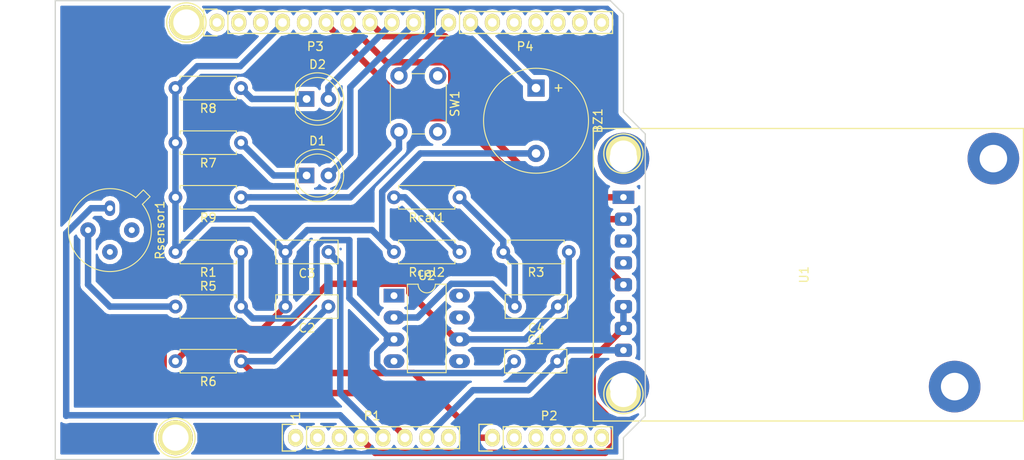
<source format=kicad_pcb>
(kicad_pcb (version 20171130) (host pcbnew "(5.0.0)")

  (general
    (thickness 1.6)
    (drawings 27)
    (tracks 144)
    (zones 0)
    (modules 28)
    (nets 48)
  )

  (page A4)
  (title_block
    (date "lun. 30 mars 2015")
  )

  (layers
    (0 F.Cu signal)
    (31 B.Cu signal)
    (32 B.Adhes user)
    (33 F.Adhes user)
    (34 B.Paste user)
    (35 F.Paste user)
    (36 B.SilkS user)
    (37 F.SilkS user)
    (38 B.Mask user)
    (39 F.Mask user)
    (40 Dwgs.User user)
    (41 Cmts.User user)
    (42 Eco1.User user)
    (43 Eco2.User user)
    (44 Edge.Cuts user)
    (45 Margin user)
    (46 B.CrtYd user)
    (47 F.CrtYd user)
    (48 B.Fab user)
    (49 F.Fab user)
  )

  (setup
    (last_trace_width 0.75)
    (trace_clearance 0.2)
    (zone_clearance 0.508)
    (zone_45_only no)
    (trace_min 0.2)
    (segment_width 0.15)
    (edge_width 0.15)
    (via_size 0.6)
    (via_drill 0.4)
    (via_min_size 0.4)
    (via_min_drill 0.3)
    (uvia_size 0.3)
    (uvia_drill 0.1)
    (uvias_allowed no)
    (uvia_min_size 0.2)
    (uvia_min_drill 0.1)
    (pcb_text_width 0.3)
    (pcb_text_size 1.5 1.5)
    (mod_edge_width 0.15)
    (mod_text_size 1 1)
    (mod_text_width 0.15)
    (pad_size 4.064 4.064)
    (pad_drill 3.048)
    (pad_to_mask_clearance 0)
    (aux_axis_origin 110.998 126.365)
    (grid_origin 110.998 126.365)
    (visible_elements 7FFFFFFF)
    (pcbplotparams
      (layerselection 0x00030_80000001)
      (usegerberextensions false)
      (usegerberattributes false)
      (usegerberadvancedattributes false)
      (creategerberjobfile false)
      (excludeedgelayer true)
      (linewidth 0.100000)
      (plotframeref false)
      (viasonmask false)
      (mode 1)
      (useauxorigin false)
      (hpglpennumber 1)
      (hpglpenspeed 20)
      (hpglpendiameter 15.000000)
      (psnegative false)
      (psa4output false)
      (plotreference true)
      (plotvalue true)
      (plotinvisibletext false)
      (padsonsilk false)
      (subtractmaskfromsilk false)
      (outputformat 1)
      (mirror false)
      (drillshape 1)
      (scaleselection 1)
      (outputdirectory ""))
  )

  (net 0 "")
  (net 1 /IOREF)
  (net 2 /Reset)
  (net 3 +5V)
  (net 4 GND)
  (net 5 /Vin)
  (net 6 /A0)
  (net 7 /A1)
  (net 8 /A2)
  (net 9 /A3)
  (net 10 /AREF)
  (net 11 "/A4(SDA)")
  (net 12 "/A5(SCL)")
  (net 13 "/9(**)")
  (net 14 /8)
  (net 15 /7)
  (net 16 "/6(**)")
  (net 17 "/5(**)")
  (net 18 /4)
  (net 19 "/3(**)")
  (net 20 /2)
  (net 21 "/1(Tx)")
  (net 22 "/0(Rx)")
  (net 23 "Net-(P5-Pad1)")
  (net 24 "Net-(P6-Pad1)")
  (net 25 "Net-(P7-Pad1)")
  (net 26 "Net-(P8-Pad1)")
  (net 27 "/13(SCK)")
  (net 28 "/10(**/SS)")
  (net 29 "Net-(P1-Pad1)")
  (net 30 +3V3)
  (net 31 "/12(MISO)")
  (net 32 "/11(**/MOSI)")
  (net 33 "Net-(C1-Pad1)")
  (net 34 "Net-(C4-Pad1)")
  (net 35 "Net-(C4-Pad2)")
  (net 36 "Net-(D1-Pad1)")
  (net 37 "Net-(D2-Pad1)")
  (net 38 "Net-(R5-Pad1)")
  (net 39 "Net-(Rcal1-Pad2)")
  (net 40 +5C)
  (net 41 "Net-(U1-Pad3)")
  (net 42 "Net-(U1-Pad4)")
  (net 43 "Net-(U2-Pad1)")
  (net 44 "Net-(U2-Pad5)")
  (net 45 "Net-(U2-Pad7)")
  (net 46 "Net-(U2-Pad4)")
  (net 47 "Net-(U2-Pad8)")

  (net_class Default "This is the default net class."
    (clearance 0.2)
    (trace_width 0.75)
    (via_dia 0.6)
    (via_drill 0.4)
    (uvia_dia 0.3)
    (uvia_drill 0.1)
    (add_net +3V3)
    (add_net +5C)
    (add_net +5V)
    (add_net "/0(Rx)")
    (add_net "/1(Tx)")
    (add_net "/10(**/SS)")
    (add_net "/11(**/MOSI)")
    (add_net "/12(MISO)")
    (add_net "/13(SCK)")
    (add_net /2)
    (add_net "/3(**)")
    (add_net /4)
    (add_net "/5(**)")
    (add_net "/6(**)")
    (add_net /7)
    (add_net /8)
    (add_net "/9(**)")
    (add_net /A0)
    (add_net /A1)
    (add_net /A2)
    (add_net /A3)
    (add_net "/A4(SDA)")
    (add_net "/A5(SCL)")
    (add_net /AREF)
    (add_net /IOREF)
    (add_net /Reset)
    (add_net /Vin)
    (add_net GND)
    (add_net "Net-(C1-Pad1)")
    (add_net "Net-(C4-Pad1)")
    (add_net "Net-(C4-Pad2)")
    (add_net "Net-(D1-Pad1)")
    (add_net "Net-(D2-Pad1)")
    (add_net "Net-(P1-Pad1)")
    (add_net "Net-(P5-Pad1)")
    (add_net "Net-(P6-Pad1)")
    (add_net "Net-(P7-Pad1)")
    (add_net "Net-(P8-Pad1)")
    (add_net "Net-(R5-Pad1)")
    (add_net "Net-(Rcal1-Pad2)")
    (add_net "Net-(U1-Pad3)")
    (add_net "Net-(U1-Pad4)")
    (add_net "Net-(U2-Pad1)")
    (add_net "Net-(U2-Pad4)")
    (add_net "Net-(U2-Pad5)")
    (add_net "Net-(U2-Pad7)")
    (add_net "Net-(U2-Pad8)")
  )

  (module Socket_Arduino_Uno:Socket_Strip_Arduino_1x08 locked (layer F.Cu) (tedit 552168D2) (tstamp 551AF9EA)
    (at 138.938 123.825)
    (descr "Through hole socket strip")
    (tags "socket strip")
    (path /56D70129)
    (fp_text reference P1 (at 8.89 -2.54) (layer F.SilkS)
      (effects (font (size 1 1) (thickness 0.15)))
    )
    (fp_text value Power (at 8.89 -4.064) (layer F.Fab)
      (effects (font (size 1 1) (thickness 0.15)))
    )
    (fp_line (start -1.75 -1.75) (end -1.75 1.75) (layer F.CrtYd) (width 0.05))
    (fp_line (start 19.55 -1.75) (end 19.55 1.75) (layer F.CrtYd) (width 0.05))
    (fp_line (start -1.75 -1.75) (end 19.55 -1.75) (layer F.CrtYd) (width 0.05))
    (fp_line (start -1.75 1.75) (end 19.55 1.75) (layer F.CrtYd) (width 0.05))
    (fp_line (start 1.27 1.27) (end 19.05 1.27) (layer F.SilkS) (width 0.15))
    (fp_line (start 19.05 1.27) (end 19.05 -1.27) (layer F.SilkS) (width 0.15))
    (fp_line (start 19.05 -1.27) (end 1.27 -1.27) (layer F.SilkS) (width 0.15))
    (fp_line (start -1.55 1.55) (end 0 1.55) (layer F.SilkS) (width 0.15))
    (fp_line (start 1.27 1.27) (end 1.27 -1.27) (layer F.SilkS) (width 0.15))
    (fp_line (start 0 -1.55) (end -1.55 -1.55) (layer F.SilkS) (width 0.15))
    (fp_line (start -1.55 -1.55) (end -1.55 1.55) (layer F.SilkS) (width 0.15))
    (pad 1 thru_hole oval (at 0 0) (size 1.7272 2.032) (drill 1.016) (layers *.Cu *.Mask F.SilkS)
      (net 29 "Net-(P1-Pad1)"))
    (pad 2 thru_hole oval (at 2.54 0) (size 1.7272 2.032) (drill 1.016) (layers *.Cu *.Mask F.SilkS)
      (net 1 /IOREF))
    (pad 3 thru_hole oval (at 5.08 0) (size 1.7272 2.032) (drill 1.016) (layers *.Cu *.Mask F.SilkS)
      (net 2 /Reset))
    (pad 4 thru_hole oval (at 7.62 0) (size 1.7272 2.032) (drill 1.016) (layers *.Cu *.Mask F.SilkS)
      (net 30 +3V3))
    (pad 5 thru_hole oval (at 10.16 0) (size 1.7272 2.032) (drill 1.016) (layers *.Cu *.Mask F.SilkS)
      (net 3 +5V))
    (pad 6 thru_hole oval (at 12.7 0) (size 1.7272 2.032) (drill 1.016) (layers *.Cu *.Mask F.SilkS)
      (net 4 GND))
    (pad 7 thru_hole oval (at 15.24 0) (size 1.7272 2.032) (drill 1.016) (layers *.Cu *.Mask F.SilkS)
      (net 4 GND))
    (pad 8 thru_hole oval (at 17.78 0) (size 1.7272 2.032) (drill 1.016) (layers *.Cu *.Mask F.SilkS)
      (net 5 /Vin))
    (model ${KIPRJMOD}/Socket_Arduino_Uno.3dshapes/Socket_header_Arduino_1x08.wrl
      (offset (xyz 8.889999866485596 0 0))
      (scale (xyz 1 1 1))
      (rotate (xyz 0 0 180))
    )
  )

  (module Socket_Arduino_Uno:Socket_Strip_Arduino_1x06 locked (layer F.Cu) (tedit 552168D6) (tstamp 551AF9FF)
    (at 161.798 123.825)
    (descr "Through hole socket strip")
    (tags "socket strip")
    (path /56D70DD8)
    (fp_text reference P2 (at 6.604 -2.54) (layer F.SilkS)
      (effects (font (size 1 1) (thickness 0.15)))
    )
    (fp_text value Analog (at 6.604 -4.064) (layer F.Fab)
      (effects (font (size 1 1) (thickness 0.15)))
    )
    (fp_line (start -1.75 -1.75) (end -1.75 1.75) (layer F.CrtYd) (width 0.05))
    (fp_line (start 14.45 -1.75) (end 14.45 1.75) (layer F.CrtYd) (width 0.05))
    (fp_line (start -1.75 -1.75) (end 14.45 -1.75) (layer F.CrtYd) (width 0.05))
    (fp_line (start -1.75 1.75) (end 14.45 1.75) (layer F.CrtYd) (width 0.05))
    (fp_line (start 1.27 1.27) (end 13.97 1.27) (layer F.SilkS) (width 0.15))
    (fp_line (start 13.97 1.27) (end 13.97 -1.27) (layer F.SilkS) (width 0.15))
    (fp_line (start 13.97 -1.27) (end 1.27 -1.27) (layer F.SilkS) (width 0.15))
    (fp_line (start -1.55 1.55) (end 0 1.55) (layer F.SilkS) (width 0.15))
    (fp_line (start 1.27 1.27) (end 1.27 -1.27) (layer F.SilkS) (width 0.15))
    (fp_line (start 0 -1.55) (end -1.55 -1.55) (layer F.SilkS) (width 0.15))
    (fp_line (start -1.55 -1.55) (end -1.55 1.55) (layer F.SilkS) (width 0.15))
    (pad 1 thru_hole oval (at 0 0) (size 1.7272 2.032) (drill 1.016) (layers *.Cu *.Mask F.SilkS)
      (net 6 /A0))
    (pad 2 thru_hole oval (at 2.54 0) (size 1.7272 2.032) (drill 1.016) (layers *.Cu *.Mask F.SilkS)
      (net 7 /A1))
    (pad 3 thru_hole oval (at 5.08 0) (size 1.7272 2.032) (drill 1.016) (layers *.Cu *.Mask F.SilkS)
      (net 8 /A2))
    (pad 4 thru_hole oval (at 7.62 0) (size 1.7272 2.032) (drill 1.016) (layers *.Cu *.Mask F.SilkS)
      (net 9 /A3))
    (pad 5 thru_hole oval (at 10.16 0) (size 1.7272 2.032) (drill 1.016) (layers *.Cu *.Mask F.SilkS)
      (net 11 "/A4(SDA)"))
    (pad 6 thru_hole oval (at 12.7 0) (size 1.7272 2.032) (drill 1.016) (layers *.Cu *.Mask F.SilkS)
      (net 12 "/A5(SCL)"))
    (model ${KIPRJMOD}/Socket_Arduino_Uno.3dshapes/Socket_header_Arduino_1x06.wrl
      (offset (xyz 6.349999904632568 0 0))
      (scale (xyz 1 1 1))
      (rotate (xyz 0 0 180))
    )
  )

  (module Socket_Arduino_Uno:Socket_Strip_Arduino_1x10 locked (layer F.Cu) (tedit 552168BF) (tstamp 551AFA18)
    (at 129.794 75.565)
    (descr "Through hole socket strip")
    (tags "socket strip")
    (path /56D721E0)
    (fp_text reference P3 (at 11.43 2.794) (layer F.SilkS)
      (effects (font (size 1 1) (thickness 0.15)))
    )
    (fp_text value Digital (at 11.43 4.318) (layer F.Fab)
      (effects (font (size 1 1) (thickness 0.15)))
    )
    (fp_line (start -1.75 -1.75) (end -1.75 1.75) (layer F.CrtYd) (width 0.05))
    (fp_line (start 24.65 -1.75) (end 24.65 1.75) (layer F.CrtYd) (width 0.05))
    (fp_line (start -1.75 -1.75) (end 24.65 -1.75) (layer F.CrtYd) (width 0.05))
    (fp_line (start -1.75 1.75) (end 24.65 1.75) (layer F.CrtYd) (width 0.05))
    (fp_line (start 1.27 1.27) (end 24.13 1.27) (layer F.SilkS) (width 0.15))
    (fp_line (start 24.13 1.27) (end 24.13 -1.27) (layer F.SilkS) (width 0.15))
    (fp_line (start 24.13 -1.27) (end 1.27 -1.27) (layer F.SilkS) (width 0.15))
    (fp_line (start -1.55 1.55) (end 0 1.55) (layer F.SilkS) (width 0.15))
    (fp_line (start 1.27 1.27) (end 1.27 -1.27) (layer F.SilkS) (width 0.15))
    (fp_line (start 0 -1.55) (end -1.55 -1.55) (layer F.SilkS) (width 0.15))
    (fp_line (start -1.55 -1.55) (end -1.55 1.55) (layer F.SilkS) (width 0.15))
    (pad 1 thru_hole oval (at 0 0) (size 1.7272 2.032) (drill 1.016) (layers *.Cu *.Mask F.SilkS)
      (net 12 "/A5(SCL)"))
    (pad 2 thru_hole oval (at 2.54 0) (size 1.7272 2.032) (drill 1.016) (layers *.Cu *.Mask F.SilkS)
      (net 11 "/A4(SDA)"))
    (pad 3 thru_hole oval (at 5.08 0) (size 1.7272 2.032) (drill 1.016) (layers *.Cu *.Mask F.SilkS)
      (net 10 /AREF))
    (pad 4 thru_hole oval (at 7.62 0) (size 1.7272 2.032) (drill 1.016) (layers *.Cu *.Mask F.SilkS)
      (net 4 GND))
    (pad 5 thru_hole oval (at 10.16 0) (size 1.7272 2.032) (drill 1.016) (layers *.Cu *.Mask F.SilkS)
      (net 27 "/13(SCK)"))
    (pad 6 thru_hole oval (at 12.7 0) (size 1.7272 2.032) (drill 1.016) (layers *.Cu *.Mask F.SilkS)
      (net 31 "/12(MISO)"))
    (pad 7 thru_hole oval (at 15.24 0) (size 1.7272 2.032) (drill 1.016) (layers *.Cu *.Mask F.SilkS)
      (net 32 "/11(**/MOSI)"))
    (pad 8 thru_hole oval (at 17.78 0) (size 1.7272 2.032) (drill 1.016) (layers *.Cu *.Mask F.SilkS)
      (net 28 "/10(**/SS)"))
    (pad 9 thru_hole oval (at 20.32 0) (size 1.7272 2.032) (drill 1.016) (layers *.Cu *.Mask F.SilkS)
      (net 13 "/9(**)"))
    (pad 10 thru_hole oval (at 22.86 0) (size 1.7272 2.032) (drill 1.016) (layers *.Cu *.Mask F.SilkS)
      (net 14 /8))
    (model ${KIPRJMOD}/Socket_Arduino_Uno.3dshapes/Socket_header_Arduino_1x10.wrl
      (offset (xyz 11.42999982833862 0 0))
      (scale (xyz 1 1 1))
      (rotate (xyz 0 0 180))
    )
  )

  (module Socket_Arduino_Uno:Socket_Strip_Arduino_1x08 locked (layer F.Cu) (tedit 552168C7) (tstamp 551AFA2F)
    (at 156.718 75.565)
    (descr "Through hole socket strip")
    (tags "socket strip")
    (path /56D7164F)
    (fp_text reference P4 (at 8.89 2.794) (layer F.SilkS)
      (effects (font (size 1 1) (thickness 0.15)))
    )
    (fp_text value Digital (at 8.89 4.318) (layer F.Fab)
      (effects (font (size 1 1) (thickness 0.15)))
    )
    (fp_line (start -1.75 -1.75) (end -1.75 1.75) (layer F.CrtYd) (width 0.05))
    (fp_line (start 19.55 -1.75) (end 19.55 1.75) (layer F.CrtYd) (width 0.05))
    (fp_line (start -1.75 -1.75) (end 19.55 -1.75) (layer F.CrtYd) (width 0.05))
    (fp_line (start -1.75 1.75) (end 19.55 1.75) (layer F.CrtYd) (width 0.05))
    (fp_line (start 1.27 1.27) (end 19.05 1.27) (layer F.SilkS) (width 0.15))
    (fp_line (start 19.05 1.27) (end 19.05 -1.27) (layer F.SilkS) (width 0.15))
    (fp_line (start 19.05 -1.27) (end 1.27 -1.27) (layer F.SilkS) (width 0.15))
    (fp_line (start -1.55 1.55) (end 0 1.55) (layer F.SilkS) (width 0.15))
    (fp_line (start 1.27 1.27) (end 1.27 -1.27) (layer F.SilkS) (width 0.15))
    (fp_line (start 0 -1.55) (end -1.55 -1.55) (layer F.SilkS) (width 0.15))
    (fp_line (start -1.55 -1.55) (end -1.55 1.55) (layer F.SilkS) (width 0.15))
    (pad 1 thru_hole oval (at 0 0) (size 1.7272 2.032) (drill 1.016) (layers *.Cu *.Mask F.SilkS)
      (net 15 /7))
    (pad 2 thru_hole oval (at 2.54 0) (size 1.7272 2.032) (drill 1.016) (layers *.Cu *.Mask F.SilkS)
      (net 16 "/6(**)"))
    (pad 3 thru_hole oval (at 5.08 0) (size 1.7272 2.032) (drill 1.016) (layers *.Cu *.Mask F.SilkS)
      (net 17 "/5(**)"))
    (pad 4 thru_hole oval (at 7.62 0) (size 1.7272 2.032) (drill 1.016) (layers *.Cu *.Mask F.SilkS)
      (net 18 /4))
    (pad 5 thru_hole oval (at 10.16 0) (size 1.7272 2.032) (drill 1.016) (layers *.Cu *.Mask F.SilkS)
      (net 19 "/3(**)"))
    (pad 6 thru_hole oval (at 12.7 0) (size 1.7272 2.032) (drill 1.016) (layers *.Cu *.Mask F.SilkS)
      (net 20 /2))
    (pad 7 thru_hole oval (at 15.24 0) (size 1.7272 2.032) (drill 1.016) (layers *.Cu *.Mask F.SilkS)
      (net 21 "/1(Tx)"))
    (pad 8 thru_hole oval (at 17.78 0) (size 1.7272 2.032) (drill 1.016) (layers *.Cu *.Mask F.SilkS)
      (net 22 "/0(Rx)"))
    (model ${KIPRJMOD}/Socket_Arduino_Uno.3dshapes/Socket_header_Arduino_1x08.wrl
      (offset (xyz 8.889999866485596 0 0))
      (scale (xyz 1 1 1))
      (rotate (xyz 0 0 180))
    )
  )

  (module Socket_Arduino_Uno:Arduino_1pin locked (layer F.Cu) (tedit 5524FC39) (tstamp 5524FC3F)
    (at 124.968 123.825)
    (descr "module 1 pin (ou trou mecanique de percage)")
    (tags DEV)
    (path /56D71177)
    (fp_text reference P5 (at 0 -3.048) (layer F.SilkS) hide
      (effects (font (size 1 1) (thickness 0.15)))
    )
    (fp_text value CONN_01X01 (at 0 2.794) (layer F.Fab) hide
      (effects (font (size 1 1) (thickness 0.15)))
    )
    (fp_circle (center 0 0) (end 0 -2.286) (layer F.SilkS) (width 0.15))
    (pad 1 thru_hole circle (at 0 0) (size 4.064 4.064) (drill 3.048) (layers *.Cu *.Mask F.SilkS)
      (net 23 "Net-(P5-Pad1)"))
  )

  (module Socket_Arduino_Uno:Arduino_1pin locked (layer F.Cu) (tedit 5524FC4A) (tstamp 5524FC44)
    (at 177.038 118.745)
    (descr "module 1 pin (ou trou mecanique de percage)")
    (tags DEV)
    (path /56D71274)
    (fp_text reference P6 (at 0 -3.048) (layer F.SilkS) hide
      (effects (font (size 1 1) (thickness 0.15)))
    )
    (fp_text value CONN_01X01 (at 0 2.794) (layer F.Fab) hide
      (effects (font (size 1 1) (thickness 0.15)))
    )
    (fp_circle (center 0 0) (end 0 -2.286) (layer F.SilkS) (width 0.15))
    (pad 1 thru_hole circle (at 0 0) (size 4.064 4.064) (drill 3.048) (layers *.Cu *.Mask F.SilkS)
      (net 24 "Net-(P6-Pad1)"))
  )

  (module Socket_Arduino_Uno:Arduino_1pin locked (layer F.Cu) (tedit 5524FC2F) (tstamp 5524FC49)
    (at 126.238 75.565)
    (descr "module 1 pin (ou trou mecanique de percage)")
    (tags DEV)
    (path /56D712A8)
    (fp_text reference P7 (at 0 -3.048) (layer F.SilkS) hide
      (effects (font (size 1 1) (thickness 0.15)))
    )
    (fp_text value CONN_01X01 (at 0 2.794) (layer F.Fab) hide
      (effects (font (size 1 1) (thickness 0.15)))
    )
    (fp_circle (center 0 0) (end 0 -2.286) (layer F.SilkS) (width 0.15))
    (pad 1 thru_hole circle (at 0 0) (size 4.064 4.064) (drill 3.048) (layers *.Cu *.Mask F.SilkS)
      (net 25 "Net-(P7-Pad1)"))
  )

  (module Socket_Arduino_Uno:Arduino_1pin locked (layer F.Cu) (tedit 5524FC41) (tstamp 5524FC4E)
    (at 177.038 90.805)
    (descr "module 1 pin (ou trou mecanique de percage)")
    (tags DEV)
    (path /56D712DB)
    (fp_text reference P8 (at 0 -3.048) (layer F.SilkS) hide
      (effects (font (size 1 1) (thickness 0.15)))
    )
    (fp_text value CONN_01X01 (at 0 2.794) (layer F.Fab) hide
      (effects (font (size 1 1) (thickness 0.15)))
    )
    (fp_circle (center 0 0) (end 0 -2.286) (layer F.SilkS) (width 0.15))
    (pad 1 thru_hole circle (at 0 0) (size 4.064 4.064) (drill 3.048) (layers *.Cu *.Mask F.SilkS)
      (net 26 "Net-(P8-Pad1)"))
  )

  (module Buzzer_Beeper:Buzzer_12x9.5RM7.6 (layer F.Cu) (tedit 5A030281) (tstamp 5BF63A97)
    (at 166.878 83.185 270)
    (descr "Generic Buzzer, D12mm height 9.5mm with RM7.6mm")
    (tags buzzer)
    (path /5BEA16F7)
    (fp_text reference BZ1 (at 3.8 -7.2 270) (layer F.SilkS)
      (effects (font (size 1 1) (thickness 0.15)))
    )
    (fp_text value Buzzer (at 3.8 7.4 270) (layer F.Fab)
      (effects (font (size 1 1) (thickness 0.15)))
    )
    (fp_text user + (at -0.01 -2.54 270) (layer F.Fab)
      (effects (font (size 1 1) (thickness 0.15)))
    )
    (fp_text user + (at -0.01 -2.54 270) (layer F.SilkS)
      (effects (font (size 1 1) (thickness 0.15)))
    )
    (fp_text user %R (at 3.8 -4 270) (layer F.Fab)
      (effects (font (size 1 1) (thickness 0.15)))
    )
    (fp_circle (center 3.8 0) (end 10.05 0) (layer F.CrtYd) (width 0.05))
    (fp_circle (center 3.8 0) (end 9.8 0) (layer F.Fab) (width 0.1))
    (fp_circle (center 3.8 0) (end 4.8 0) (layer F.Fab) (width 0.1))
    (fp_circle (center 3.8 0) (end 9.9 0) (layer F.SilkS) (width 0.12))
    (pad 1 thru_hole rect (at 0 0 270) (size 2 2) (drill 1) (layers *.Cu *.Mask)
      (net 16 "/6(**)"))
    (pad 2 thru_hole circle (at 7.6 0 270) (size 2 2) (drill 1) (layers *.Cu *.Mask)
      (net 4 GND))
    (model ${KISYS3DMOD}/Buzzer_Beeper.3dshapes/Buzzer_12x9.5RM7.6.wrl
      (at (xyz 0 0 0))
      (scale (xyz 1 1 1))
      (rotate (xyz 0 0 0))
    )
  )

  (module Capacitor_THT:C_Rect_L7.0mm_W2.5mm_P5.00mm (layer F.Cu) (tedit 5AE50EF0) (tstamp 5BF63AAA)
    (at 164.338 114.935)
    (descr "C, Rect series, Radial, pin pitch=5.00mm, , length*width=7*2.5mm^2, Capacitor")
    (tags "C Rect series Radial pin pitch 5.00mm  length 7mm width 2.5mm Capacitor")
    (path /5BD9F0E7)
    (fp_text reference C1 (at 2.5 -2.5) (layer F.SilkS)
      (effects (font (size 1 1) (thickness 0.15)))
    )
    (fp_text value 100n (at 2.5 2.5) (layer F.Fab)
      (effects (font (size 1 1) (thickness 0.15)))
    )
    (fp_text user %R (at 2.5 0) (layer F.Fab)
      (effects (font (size 1 1) (thickness 0.15)))
    )
    (fp_line (start 6.25 -1.5) (end -1.25 -1.5) (layer F.CrtYd) (width 0.05))
    (fp_line (start 6.25 1.5) (end 6.25 -1.5) (layer F.CrtYd) (width 0.05))
    (fp_line (start -1.25 1.5) (end 6.25 1.5) (layer F.CrtYd) (width 0.05))
    (fp_line (start -1.25 -1.5) (end -1.25 1.5) (layer F.CrtYd) (width 0.05))
    (fp_line (start 6.12 -1.37) (end 6.12 1.37) (layer F.SilkS) (width 0.12))
    (fp_line (start -1.12 -1.37) (end -1.12 1.37) (layer F.SilkS) (width 0.12))
    (fp_line (start -1.12 1.37) (end 6.12 1.37) (layer F.SilkS) (width 0.12))
    (fp_line (start -1.12 -1.37) (end 6.12 -1.37) (layer F.SilkS) (width 0.12))
    (fp_line (start 6 -1.25) (end -1 -1.25) (layer F.Fab) (width 0.1))
    (fp_line (start 6 1.25) (end 6 -1.25) (layer F.Fab) (width 0.1))
    (fp_line (start -1 1.25) (end 6 1.25) (layer F.Fab) (width 0.1))
    (fp_line (start -1 -1.25) (end -1 1.25) (layer F.Fab) (width 0.1))
    (pad 2 thru_hole circle (at 5 0) (size 1.6 1.6) (drill 0.8) (layers *.Cu *.Mask)
      (net 4 GND))
    (pad 1 thru_hole circle (at 0 0) (size 1.6 1.6) (drill 0.8) (layers *.Cu *.Mask)
      (net 33 "Net-(C1-Pad1)"))
    (model ${KISYS3DMOD}/Capacitor_THT.3dshapes/C_Rect_L7.0mm_W2.5mm_P5.00mm.wrl
      (at (xyz 0 0 0))
      (scale (xyz 1 1 1))
      (rotate (xyz 0 0 0))
    )
  )

  (module Capacitor_THT:C_Rect_L7.0mm_W2.5mm_P5.00mm (layer F.Cu) (tedit 5AE50EF0) (tstamp 5BF63ABD)
    (at 142.748 108.585 180)
    (descr "C, Rect series, Radial, pin pitch=5.00mm, , length*width=7*2.5mm^2, Capacitor")
    (tags "C Rect series Radial pin pitch 5.00mm  length 7mm width 2.5mm Capacitor")
    (path /5BD9EF39)
    (fp_text reference C2 (at 2.5 -2.5 180) (layer F.SilkS)
      (effects (font (size 1 1) (thickness 0.15)))
    )
    (fp_text value 100n (at 2.5 2.5 180) (layer F.Fab)
      (effects (font (size 1 1) (thickness 0.15)))
    )
    (fp_text user %R (at 2.5 0 180) (layer F.Fab)
      (effects (font (size 1 1) (thickness 0.15)))
    )
    (fp_line (start 6.25 -1.5) (end -1.25 -1.5) (layer F.CrtYd) (width 0.05))
    (fp_line (start 6.25 1.5) (end 6.25 -1.5) (layer F.CrtYd) (width 0.05))
    (fp_line (start -1.25 1.5) (end 6.25 1.5) (layer F.CrtYd) (width 0.05))
    (fp_line (start -1.25 -1.5) (end -1.25 1.5) (layer F.CrtYd) (width 0.05))
    (fp_line (start 6.12 -1.37) (end 6.12 1.37) (layer F.SilkS) (width 0.12))
    (fp_line (start -1.12 -1.37) (end -1.12 1.37) (layer F.SilkS) (width 0.12))
    (fp_line (start -1.12 1.37) (end 6.12 1.37) (layer F.SilkS) (width 0.12))
    (fp_line (start -1.12 -1.37) (end 6.12 -1.37) (layer F.SilkS) (width 0.12))
    (fp_line (start 6 -1.25) (end -1 -1.25) (layer F.Fab) (width 0.1))
    (fp_line (start 6 1.25) (end 6 -1.25) (layer F.Fab) (width 0.1))
    (fp_line (start -1 1.25) (end 6 1.25) (layer F.Fab) (width 0.1))
    (fp_line (start -1 -1.25) (end -1 1.25) (layer F.Fab) (width 0.1))
    (pad 2 thru_hole circle (at 5 0 180) (size 1.6 1.6) (drill 0.8) (layers *.Cu *.Mask)
      (net 4 GND))
    (pad 1 thru_hole circle (at 0 0 180) (size 1.6 1.6) (drill 0.8) (layers *.Cu *.Mask)
      (net 6 /A0))
    (model ${KISYS3DMOD}/Capacitor_THT.3dshapes/C_Rect_L7.0mm_W2.5mm_P5.00mm.wrl
      (at (xyz 0 0 0))
      (scale (xyz 1 1 1))
      (rotate (xyz 0 0 0))
    )
  )

  (module Capacitor_THT:C_Rect_L7.0mm_W2.5mm_P5.00mm (layer F.Cu) (tedit 5AE50EF0) (tstamp 5BF63AD0)
    (at 142.748 102.235 180)
    (descr "C, Rect series, Radial, pin pitch=5.00mm, , length*width=7*2.5mm^2, Capacitor")
    (tags "C Rect series Radial pin pitch 5.00mm  length 7mm width 2.5mm Capacitor")
    (path /5BD9EE79)
    (fp_text reference C3 (at 2.5 -2.5 180) (layer F.SilkS)
      (effects (font (size 1 1) (thickness 0.15)))
    )
    (fp_text value 100n (at 2.5 2.5 180) (layer F.Fab)
      (effects (font (size 1 1) (thickness 0.15)))
    )
    (fp_line (start -1 -1.25) (end -1 1.25) (layer F.Fab) (width 0.1))
    (fp_line (start -1 1.25) (end 6 1.25) (layer F.Fab) (width 0.1))
    (fp_line (start 6 1.25) (end 6 -1.25) (layer F.Fab) (width 0.1))
    (fp_line (start 6 -1.25) (end -1 -1.25) (layer F.Fab) (width 0.1))
    (fp_line (start -1.12 -1.37) (end 6.12 -1.37) (layer F.SilkS) (width 0.12))
    (fp_line (start -1.12 1.37) (end 6.12 1.37) (layer F.SilkS) (width 0.12))
    (fp_line (start -1.12 -1.37) (end -1.12 1.37) (layer F.SilkS) (width 0.12))
    (fp_line (start 6.12 -1.37) (end 6.12 1.37) (layer F.SilkS) (width 0.12))
    (fp_line (start -1.25 -1.5) (end -1.25 1.5) (layer F.CrtYd) (width 0.05))
    (fp_line (start -1.25 1.5) (end 6.25 1.5) (layer F.CrtYd) (width 0.05))
    (fp_line (start 6.25 1.5) (end 6.25 -1.5) (layer F.CrtYd) (width 0.05))
    (fp_line (start 6.25 -1.5) (end -1.25 -1.5) (layer F.CrtYd) (width 0.05))
    (fp_text user %R (at 2.5 0 180) (layer F.Fab)
      (effects (font (size 1 1) (thickness 0.15)))
    )
    (pad 1 thru_hole circle (at 0 0 180) (size 1.6 1.6) (drill 0.8) (layers *.Cu *.Mask)
      (net 3 +5V))
    (pad 2 thru_hole circle (at 5 0 180) (size 1.6 1.6) (drill 0.8) (layers *.Cu *.Mask)
      (net 4 GND))
    (model ${KISYS3DMOD}/Capacitor_THT.3dshapes/C_Rect_L7.0mm_W2.5mm_P5.00mm.wrl
      (at (xyz 0 0 0))
      (scale (xyz 1 1 1))
      (rotate (xyz 0 0 0))
    )
  )

  (module Capacitor_THT:C_Rect_L7.0mm_W2.5mm_P5.00mm (layer F.Cu) (tedit 5AE50EF0) (tstamp 5BF63AE3)
    (at 169.418 108.585 180)
    (descr "C, Rect series, Radial, pin pitch=5.00mm, , length*width=7*2.5mm^2, Capacitor")
    (tags "C Rect series Radial pin pitch 5.00mm  length 7mm width 2.5mm Capacitor")
    (path /5BD9F03B)
    (fp_text reference C4 (at 2.5 -2.5 180) (layer F.SilkS)
      (effects (font (size 1 1) (thickness 0.15)))
    )
    (fp_text value 1u (at 2.5 2.5 180) (layer F.Fab)
      (effects (font (size 1 1) (thickness 0.15)))
    )
    (fp_line (start -1 -1.25) (end -1 1.25) (layer F.Fab) (width 0.1))
    (fp_line (start -1 1.25) (end 6 1.25) (layer F.Fab) (width 0.1))
    (fp_line (start 6 1.25) (end 6 -1.25) (layer F.Fab) (width 0.1))
    (fp_line (start 6 -1.25) (end -1 -1.25) (layer F.Fab) (width 0.1))
    (fp_line (start -1.12 -1.37) (end 6.12 -1.37) (layer F.SilkS) (width 0.12))
    (fp_line (start -1.12 1.37) (end 6.12 1.37) (layer F.SilkS) (width 0.12))
    (fp_line (start -1.12 -1.37) (end -1.12 1.37) (layer F.SilkS) (width 0.12))
    (fp_line (start 6.12 -1.37) (end 6.12 1.37) (layer F.SilkS) (width 0.12))
    (fp_line (start -1.25 -1.5) (end -1.25 1.5) (layer F.CrtYd) (width 0.05))
    (fp_line (start -1.25 1.5) (end 6.25 1.5) (layer F.CrtYd) (width 0.05))
    (fp_line (start 6.25 1.5) (end 6.25 -1.5) (layer F.CrtYd) (width 0.05))
    (fp_line (start 6.25 -1.5) (end -1.25 -1.5) (layer F.CrtYd) (width 0.05))
    (fp_text user %R (at 2.5 0 180) (layer F.Fab)
      (effects (font (size 1 1) (thickness 0.15)))
    )
    (pad 1 thru_hole circle (at 0 0 180) (size 1.6 1.6) (drill 0.8) (layers *.Cu *.Mask)
      (net 34 "Net-(C4-Pad1)"))
    (pad 2 thru_hole circle (at 5 0 180) (size 1.6 1.6) (drill 0.8) (layers *.Cu *.Mask)
      (net 35 "Net-(C4-Pad2)"))
    (model ${KISYS3DMOD}/Capacitor_THT.3dshapes/C_Rect_L7.0mm_W2.5mm_P5.00mm.wrl
      (at (xyz 0 0 0))
      (scale (xyz 1 1 1))
      (rotate (xyz 0 0 0))
    )
  )

  (module LED_THT:LED_D5.0mm_FlatTop (layer F.Cu) (tedit 5880A862) (tstamp 5BF63AF4)
    (at 140.208 93.345)
    (descr "LED, Round, FlatTop, diameter 5.0mm, 2 pins, http://www.kingbright.com/attachments/file/psearch/000/00/00/L-483GDT(Ver.15B).pdf")
    (tags "LED Round FlatTop diameter 5.0mm 2 pins")
    (path /5BEA1788)
    (fp_text reference D1 (at 1.27 -4.01) (layer F.SilkS)
      (effects (font (size 1 1) (thickness 0.15)))
    )
    (fp_text value LED (at 1.27 4.01) (layer F.Fab)
      (effects (font (size 1 1) (thickness 0.15)))
    )
    (fp_arc (start 1.27 0) (end -1.23 -1.566046) (angle 295.9) (layer F.Fab) (width 0.1))
    (fp_arc (start 1.27 0) (end -1.29 -1.639512) (angle 147.4) (layer F.SilkS) (width 0.12))
    (fp_arc (start 1.27 0) (end -1.29 1.639512) (angle -147.4) (layer F.SilkS) (width 0.12))
    (fp_circle (center 1.27 0) (end 3.77 0) (layer F.Fab) (width 0.1))
    (fp_circle (center 1.27 0) (end 3.77 0) (layer F.SilkS) (width 0.12))
    (fp_line (start -1.23 -1.566046) (end -1.23 1.566046) (layer F.Fab) (width 0.1))
    (fp_line (start -1.29 -1.64) (end -1.29 1.64) (layer F.SilkS) (width 0.12))
    (fp_line (start -2 -3.3) (end -2 3.3) (layer F.CrtYd) (width 0.05))
    (fp_line (start -2 3.3) (end 4.55 3.3) (layer F.CrtYd) (width 0.05))
    (fp_line (start 4.55 3.3) (end 4.55 -3.3) (layer F.CrtYd) (width 0.05))
    (fp_line (start 4.55 -3.3) (end -2 -3.3) (layer F.CrtYd) (width 0.05))
    (pad 1 thru_hole rect (at 0 0) (size 1.8 1.8) (drill 0.9) (layers *.Cu *.Mask)
      (net 36 "Net-(D1-Pad1)"))
    (pad 2 thru_hole circle (at 2.54 0) (size 1.8 1.8) (drill 0.9) (layers *.Cu *.Mask)
      (net 14 /8))
    (model ${KISYS3DMOD}/LED_THT.3dshapes/LED_D5.0mm_FlatTop.wrl
      (at (xyz 0 0 0))
      (scale (xyz 1 1 1))
      (rotate (xyz 0 0 0))
    )
  )

  (module LED_THT:LED_D5.0mm_FlatTop (layer F.Cu) (tedit 5880A862) (tstamp 5BF63B05)
    (at 140.208 84.455)
    (descr "LED, Round, FlatTop, diameter 5.0mm, 2 pins, http://www.kingbright.com/attachments/file/psearch/000/00/00/L-483GDT(Ver.15B).pdf")
    (tags "LED Round FlatTop diameter 5.0mm 2 pins")
    (path /5BEA17F3)
    (fp_text reference D2 (at 1.27 -4.01) (layer F.SilkS)
      (effects (font (size 1 1) (thickness 0.15)))
    )
    (fp_text value LED (at 1.27 4.01) (layer F.Fab)
      (effects (font (size 1 1) (thickness 0.15)))
    )
    (fp_line (start 4.55 -3.3) (end -2 -3.3) (layer F.CrtYd) (width 0.05))
    (fp_line (start 4.55 3.3) (end 4.55 -3.3) (layer F.CrtYd) (width 0.05))
    (fp_line (start -2 3.3) (end 4.55 3.3) (layer F.CrtYd) (width 0.05))
    (fp_line (start -2 -3.3) (end -2 3.3) (layer F.CrtYd) (width 0.05))
    (fp_line (start -1.29 -1.64) (end -1.29 1.64) (layer F.SilkS) (width 0.12))
    (fp_line (start -1.23 -1.566046) (end -1.23 1.566046) (layer F.Fab) (width 0.1))
    (fp_circle (center 1.27 0) (end 3.77 0) (layer F.SilkS) (width 0.12))
    (fp_circle (center 1.27 0) (end 3.77 0) (layer F.Fab) (width 0.1))
    (fp_arc (start 1.27 0) (end -1.29 1.639512) (angle -147.4) (layer F.SilkS) (width 0.12))
    (fp_arc (start 1.27 0) (end -1.29 -1.639512) (angle 147.4) (layer F.SilkS) (width 0.12))
    (fp_arc (start 1.27 0) (end -1.23 -1.566046) (angle 295.9) (layer F.Fab) (width 0.1))
    (pad 2 thru_hole circle (at 2.54 0) (size 1.8 1.8) (drill 0.9) (layers *.Cu *.Mask)
      (net 13 "/9(**)"))
    (pad 1 thru_hole rect (at 0 0) (size 1.8 1.8) (drill 0.9) (layers *.Cu *.Mask)
      (net 37 "Net-(D2-Pad1)"))
    (model ${KISYS3DMOD}/LED_THT.3dshapes/LED_D5.0mm_FlatTop.wrl
      (at (xyz 0 0 0))
      (scale (xyz 1 1 1))
      (rotate (xyz 0 0 0))
    )
  )

  (module Resistor_THT:R_Axial_DIN0207_L6.3mm_D2.5mm_P7.62mm_Horizontal (layer F.Cu) (tedit 5AE5139B) (tstamp 5BF63B33)
    (at 170.688 102.235 180)
    (descr "Resistor, Axial_DIN0207 series, Axial, Horizontal, pin pitch=7.62mm, 0.25W = 1/4W, length*diameter=6.3*2.5mm^2, http://cdn-reichelt.de/documents/datenblatt/B400/1_4W%23YAG.pdf")
    (tags "Resistor Axial_DIN0207 series Axial Horizontal pin pitch 7.62mm 0.25W = 1/4W length 6.3mm diameter 2.5mm")
    (path /5BD9ED1A)
    (fp_text reference R3 (at 3.81 -2.37 180) (layer F.SilkS)
      (effects (font (size 1 1) (thickness 0.15)))
    )
    (fp_text value 100k (at 3.81 2.37 180) (layer F.Fab)
      (effects (font (size 1 1) (thickness 0.15)))
    )
    (fp_line (start 0.66 -1.25) (end 0.66 1.25) (layer F.Fab) (width 0.1))
    (fp_line (start 0.66 1.25) (end 6.96 1.25) (layer F.Fab) (width 0.1))
    (fp_line (start 6.96 1.25) (end 6.96 -1.25) (layer F.Fab) (width 0.1))
    (fp_line (start 6.96 -1.25) (end 0.66 -1.25) (layer F.Fab) (width 0.1))
    (fp_line (start 0 0) (end 0.66 0) (layer F.Fab) (width 0.1))
    (fp_line (start 7.62 0) (end 6.96 0) (layer F.Fab) (width 0.1))
    (fp_line (start 0.54 -1.04) (end 0.54 -1.37) (layer F.SilkS) (width 0.12))
    (fp_line (start 0.54 -1.37) (end 7.08 -1.37) (layer F.SilkS) (width 0.12))
    (fp_line (start 7.08 -1.37) (end 7.08 -1.04) (layer F.SilkS) (width 0.12))
    (fp_line (start 0.54 1.04) (end 0.54 1.37) (layer F.SilkS) (width 0.12))
    (fp_line (start 0.54 1.37) (end 7.08 1.37) (layer F.SilkS) (width 0.12))
    (fp_line (start 7.08 1.37) (end 7.08 1.04) (layer F.SilkS) (width 0.12))
    (fp_line (start -1.05 -1.5) (end -1.05 1.5) (layer F.CrtYd) (width 0.05))
    (fp_line (start -1.05 1.5) (end 8.67 1.5) (layer F.CrtYd) (width 0.05))
    (fp_line (start 8.67 1.5) (end 8.67 -1.5) (layer F.CrtYd) (width 0.05))
    (fp_line (start 8.67 -1.5) (end -1.05 -1.5) (layer F.CrtYd) (width 0.05))
    (fp_text user %R (at 3.81 0 180) (layer F.Fab)
      (effects (font (size 1 1) (thickness 0.15)))
    )
    (pad 1 thru_hole circle (at 0 0 180) (size 1.6 1.6) (drill 0.8) (layers *.Cu *.Mask)
      (net 34 "Net-(C4-Pad1)"))
    (pad 2 thru_hole oval (at 7.62 0 180) (size 1.6 1.6) (drill 0.8) (layers *.Cu *.Mask)
      (net 35 "Net-(C4-Pad2)"))
    (model ${KISYS3DMOD}/Resistor_THT.3dshapes/R_Axial_DIN0207_L6.3mm_D2.5mm_P7.62mm_Horizontal.wrl
      (at (xyz 0 0 0))
      (scale (xyz 1 1 1))
      (rotate (xyz 0 0 0))
    )
  )

  (module Resistor_THT:R_Axial_DIN0207_L6.3mm_D2.5mm_P7.62mm_Horizontal (layer F.Cu) (tedit 5AE5139B) (tstamp 5BF63B4A)
    (at 124.968 108.585)
    (descr "Resistor, Axial_DIN0207 series, Axial, Horizontal, pin pitch=7.62mm, 0.25W = 1/4W, length*diameter=6.3*2.5mm^2, http://cdn-reichelt.de/documents/datenblatt/B400/1_4W%23YAG.pdf")
    (tags "Resistor Axial_DIN0207 series Axial Horizontal pin pitch 7.62mm 0.25W = 1/4W length 6.3mm diameter 2.5mm")
    (path /5BD9EAE8)
    (fp_text reference R5 (at 3.81 -2.37) (layer F.SilkS)
      (effects (font (size 1 1) (thickness 0.15)))
    )
    (fp_text value 10k (at 3.81 2.37) (layer F.Fab)
      (effects (font (size 1 1) (thickness 0.15)))
    )
    (fp_text user %R (at 3.81 0) (layer F.Fab)
      (effects (font (size 1 1) (thickness 0.15)))
    )
    (fp_line (start 8.67 -1.5) (end -1.05 -1.5) (layer F.CrtYd) (width 0.05))
    (fp_line (start 8.67 1.5) (end 8.67 -1.5) (layer F.CrtYd) (width 0.05))
    (fp_line (start -1.05 1.5) (end 8.67 1.5) (layer F.CrtYd) (width 0.05))
    (fp_line (start -1.05 -1.5) (end -1.05 1.5) (layer F.CrtYd) (width 0.05))
    (fp_line (start 7.08 1.37) (end 7.08 1.04) (layer F.SilkS) (width 0.12))
    (fp_line (start 0.54 1.37) (end 7.08 1.37) (layer F.SilkS) (width 0.12))
    (fp_line (start 0.54 1.04) (end 0.54 1.37) (layer F.SilkS) (width 0.12))
    (fp_line (start 7.08 -1.37) (end 7.08 -1.04) (layer F.SilkS) (width 0.12))
    (fp_line (start 0.54 -1.37) (end 7.08 -1.37) (layer F.SilkS) (width 0.12))
    (fp_line (start 0.54 -1.04) (end 0.54 -1.37) (layer F.SilkS) (width 0.12))
    (fp_line (start 7.62 0) (end 6.96 0) (layer F.Fab) (width 0.1))
    (fp_line (start 0 0) (end 0.66 0) (layer F.Fab) (width 0.1))
    (fp_line (start 6.96 -1.25) (end 0.66 -1.25) (layer F.Fab) (width 0.1))
    (fp_line (start 6.96 1.25) (end 6.96 -1.25) (layer F.Fab) (width 0.1))
    (fp_line (start 0.66 1.25) (end 6.96 1.25) (layer F.Fab) (width 0.1))
    (fp_line (start 0.66 -1.25) (end 0.66 1.25) (layer F.Fab) (width 0.1))
    (pad 2 thru_hole oval (at 7.62 0) (size 1.6 1.6) (drill 0.8) (layers *.Cu *.Mask)
      (net 33 "Net-(C1-Pad1)"))
    (pad 1 thru_hole circle (at 0 0) (size 1.6 1.6) (drill 0.8) (layers *.Cu *.Mask)
      (net 38 "Net-(R5-Pad1)"))
    (model ${KISYS3DMOD}/Resistor_THT.3dshapes/R_Axial_DIN0207_L6.3mm_D2.5mm_P7.62mm_Horizontal.wrl
      (at (xyz 0 0 0))
      (scale (xyz 1 1 1))
      (rotate (xyz 0 0 0))
    )
  )

  (module Resistor_THT:R_Axial_DIN0207_L6.3mm_D2.5mm_P7.62mm_Horizontal (layer F.Cu) (tedit 5AE5139B) (tstamp 5BF63B61)
    (at 132.588 114.935 180)
    (descr "Resistor, Axial_DIN0207 series, Axial, Horizontal, pin pitch=7.62mm, 0.25W = 1/4W, length*diameter=6.3*2.5mm^2, http://cdn-reichelt.de/documents/datenblatt/B400/1_4W%23YAG.pdf")
    (tags "Resistor Axial_DIN0207 series Axial Horizontal pin pitch 7.62mm 0.25W = 1/4W length 6.3mm diameter 2.5mm")
    (path /5BD9EDB6)
    (fp_text reference R6 (at 3.81 -2.37 180) (layer F.SilkS)
      (effects (font (size 1 1) (thickness 0.15)))
    )
    (fp_text value 1k (at 3.81 2.37 180) (layer F.Fab)
      (effects (font (size 1 1) (thickness 0.15)))
    )
    (fp_line (start 0.66 -1.25) (end 0.66 1.25) (layer F.Fab) (width 0.1))
    (fp_line (start 0.66 1.25) (end 6.96 1.25) (layer F.Fab) (width 0.1))
    (fp_line (start 6.96 1.25) (end 6.96 -1.25) (layer F.Fab) (width 0.1))
    (fp_line (start 6.96 -1.25) (end 0.66 -1.25) (layer F.Fab) (width 0.1))
    (fp_line (start 0 0) (end 0.66 0) (layer F.Fab) (width 0.1))
    (fp_line (start 7.62 0) (end 6.96 0) (layer F.Fab) (width 0.1))
    (fp_line (start 0.54 -1.04) (end 0.54 -1.37) (layer F.SilkS) (width 0.12))
    (fp_line (start 0.54 -1.37) (end 7.08 -1.37) (layer F.SilkS) (width 0.12))
    (fp_line (start 7.08 -1.37) (end 7.08 -1.04) (layer F.SilkS) (width 0.12))
    (fp_line (start 0.54 1.04) (end 0.54 1.37) (layer F.SilkS) (width 0.12))
    (fp_line (start 0.54 1.37) (end 7.08 1.37) (layer F.SilkS) (width 0.12))
    (fp_line (start 7.08 1.37) (end 7.08 1.04) (layer F.SilkS) (width 0.12))
    (fp_line (start -1.05 -1.5) (end -1.05 1.5) (layer F.CrtYd) (width 0.05))
    (fp_line (start -1.05 1.5) (end 8.67 1.5) (layer F.CrtYd) (width 0.05))
    (fp_line (start 8.67 1.5) (end 8.67 -1.5) (layer F.CrtYd) (width 0.05))
    (fp_line (start 8.67 -1.5) (end -1.05 -1.5) (layer F.CrtYd) (width 0.05))
    (fp_text user %R (at 3.81 0 180) (layer F.Fab)
      (effects (font (size 1 1) (thickness 0.15)))
    )
    (pad 1 thru_hole circle (at 0 0 180) (size 1.6 1.6) (drill 0.8) (layers *.Cu *.Mask)
      (net 6 /A0))
    (pad 2 thru_hole oval (at 7.62 0 180) (size 1.6 1.6) (drill 0.8) (layers *.Cu *.Mask)
      (net 34 "Net-(C4-Pad1)"))
    (model ${KISYS3DMOD}/Resistor_THT.3dshapes/R_Axial_DIN0207_L6.3mm_D2.5mm_P7.62mm_Horizontal.wrl
      (at (xyz 0 0 0))
      (scale (xyz 1 1 1))
      (rotate (xyz 0 0 0))
    )
  )

  (module Resistor_THT:R_Axial_DIN0207_L6.3mm_D2.5mm_P7.62mm_Horizontal (layer F.Cu) (tedit 5AE5139B) (tstamp 5BF63B78)
    (at 132.588 89.535 180)
    (descr "Resistor, Axial_DIN0207 series, Axial, Horizontal, pin pitch=7.62mm, 0.25W = 1/4W, length*diameter=6.3*2.5mm^2, http://cdn-reichelt.de/documents/datenblatt/B400/1_4W%23YAG.pdf")
    (tags "Resistor Axial_DIN0207 series Axial Horizontal pin pitch 7.62mm 0.25W = 1/4W length 6.3mm diameter 2.5mm")
    (path /5BEA1AF9)
    (fp_text reference R7 (at 3.81 -2.37 180) (layer F.SilkS)
      (effects (font (size 1 1) (thickness 0.15)))
    )
    (fp_text value 10k (at 3.81 2.37 180) (layer F.Fab)
      (effects (font (size 1 1) (thickness 0.15)))
    )
    (fp_text user %R (at 3.81 0 180) (layer F.Fab)
      (effects (font (size 1 1) (thickness 0.15)))
    )
    (fp_line (start 8.67 -1.5) (end -1.05 -1.5) (layer F.CrtYd) (width 0.05))
    (fp_line (start 8.67 1.5) (end 8.67 -1.5) (layer F.CrtYd) (width 0.05))
    (fp_line (start -1.05 1.5) (end 8.67 1.5) (layer F.CrtYd) (width 0.05))
    (fp_line (start -1.05 -1.5) (end -1.05 1.5) (layer F.CrtYd) (width 0.05))
    (fp_line (start 7.08 1.37) (end 7.08 1.04) (layer F.SilkS) (width 0.12))
    (fp_line (start 0.54 1.37) (end 7.08 1.37) (layer F.SilkS) (width 0.12))
    (fp_line (start 0.54 1.04) (end 0.54 1.37) (layer F.SilkS) (width 0.12))
    (fp_line (start 7.08 -1.37) (end 7.08 -1.04) (layer F.SilkS) (width 0.12))
    (fp_line (start 0.54 -1.37) (end 7.08 -1.37) (layer F.SilkS) (width 0.12))
    (fp_line (start 0.54 -1.04) (end 0.54 -1.37) (layer F.SilkS) (width 0.12))
    (fp_line (start 7.62 0) (end 6.96 0) (layer F.Fab) (width 0.1))
    (fp_line (start 0 0) (end 0.66 0) (layer F.Fab) (width 0.1))
    (fp_line (start 6.96 -1.25) (end 0.66 -1.25) (layer F.Fab) (width 0.1))
    (fp_line (start 6.96 1.25) (end 6.96 -1.25) (layer F.Fab) (width 0.1))
    (fp_line (start 0.66 1.25) (end 6.96 1.25) (layer F.Fab) (width 0.1))
    (fp_line (start 0.66 -1.25) (end 0.66 1.25) (layer F.Fab) (width 0.1))
    (pad 2 thru_hole oval (at 7.62 0 180) (size 1.6 1.6) (drill 0.8) (layers *.Cu *.Mask)
      (net 4 GND))
    (pad 1 thru_hole circle (at 0 0 180) (size 1.6 1.6) (drill 0.8) (layers *.Cu *.Mask)
      (net 36 "Net-(D1-Pad1)"))
    (model ${KISYS3DMOD}/Resistor_THT.3dshapes/R_Axial_DIN0207_L6.3mm_D2.5mm_P7.62mm_Horizontal.wrl
      (at (xyz 0 0 0))
      (scale (xyz 1 1 1))
      (rotate (xyz 0 0 0))
    )
  )

  (module Resistor_THT:R_Axial_DIN0207_L6.3mm_D2.5mm_P7.62mm_Horizontal (layer F.Cu) (tedit 5AE5139B) (tstamp 5BF63B8F)
    (at 132.588 83.185 180)
    (descr "Resistor, Axial_DIN0207 series, Axial, Horizontal, pin pitch=7.62mm, 0.25W = 1/4W, length*diameter=6.3*2.5mm^2, http://cdn-reichelt.de/documents/datenblatt/B400/1_4W%23YAG.pdf")
    (tags "Resistor Axial_DIN0207 series Axial Horizontal pin pitch 7.62mm 0.25W = 1/4W length 6.3mm diameter 2.5mm")
    (path /5BEBE652)
    (fp_text reference R8 (at 3.81 -2.37 180) (layer F.SilkS)
      (effects (font (size 1 1) (thickness 0.15)))
    )
    (fp_text value 10k (at 3.81 2.37 180) (layer F.Fab)
      (effects (font (size 1 1) (thickness 0.15)))
    )
    (fp_line (start 0.66 -1.25) (end 0.66 1.25) (layer F.Fab) (width 0.1))
    (fp_line (start 0.66 1.25) (end 6.96 1.25) (layer F.Fab) (width 0.1))
    (fp_line (start 6.96 1.25) (end 6.96 -1.25) (layer F.Fab) (width 0.1))
    (fp_line (start 6.96 -1.25) (end 0.66 -1.25) (layer F.Fab) (width 0.1))
    (fp_line (start 0 0) (end 0.66 0) (layer F.Fab) (width 0.1))
    (fp_line (start 7.62 0) (end 6.96 0) (layer F.Fab) (width 0.1))
    (fp_line (start 0.54 -1.04) (end 0.54 -1.37) (layer F.SilkS) (width 0.12))
    (fp_line (start 0.54 -1.37) (end 7.08 -1.37) (layer F.SilkS) (width 0.12))
    (fp_line (start 7.08 -1.37) (end 7.08 -1.04) (layer F.SilkS) (width 0.12))
    (fp_line (start 0.54 1.04) (end 0.54 1.37) (layer F.SilkS) (width 0.12))
    (fp_line (start 0.54 1.37) (end 7.08 1.37) (layer F.SilkS) (width 0.12))
    (fp_line (start 7.08 1.37) (end 7.08 1.04) (layer F.SilkS) (width 0.12))
    (fp_line (start -1.05 -1.5) (end -1.05 1.5) (layer F.CrtYd) (width 0.05))
    (fp_line (start -1.05 1.5) (end 8.67 1.5) (layer F.CrtYd) (width 0.05))
    (fp_line (start 8.67 1.5) (end 8.67 -1.5) (layer F.CrtYd) (width 0.05))
    (fp_line (start 8.67 -1.5) (end -1.05 -1.5) (layer F.CrtYd) (width 0.05))
    (fp_text user %R (at 3.81 0 180) (layer F.Fab)
      (effects (font (size 1 1) (thickness 0.15)))
    )
    (pad 1 thru_hole circle (at 0 0 180) (size 1.6 1.6) (drill 0.8) (layers *.Cu *.Mask)
      (net 37 "Net-(D2-Pad1)"))
    (pad 2 thru_hole oval (at 7.62 0 180) (size 1.6 1.6) (drill 0.8) (layers *.Cu *.Mask)
      (net 4 GND))
    (model ${KISYS3DMOD}/Resistor_THT.3dshapes/R_Axial_DIN0207_L6.3mm_D2.5mm_P7.62mm_Horizontal.wrl
      (at (xyz 0 0 0))
      (scale (xyz 1 1 1))
      (rotate (xyz 0 0 0))
    )
  )

  (module Resistor_THT:R_Axial_DIN0207_L6.3mm_D2.5mm_P7.62mm_Horizontal (layer F.Cu) (tedit 5AE5139B) (tstamp 5BF63BA6)
    (at 132.588 95.885 180)
    (descr "Resistor, Axial_DIN0207 series, Axial, Horizontal, pin pitch=7.62mm, 0.25W = 1/4W, length*diameter=6.3*2.5mm^2, http://cdn-reichelt.de/documents/datenblatt/B400/1_4W%23YAG.pdf")
    (tags "Resistor Axial_DIN0207 series Axial Horizontal pin pitch 7.62mm 0.25W = 1/4W length 6.3mm diameter 2.5mm")
    (path /5BEC6DB9)
    (fp_text reference R9 (at 3.81 -2.37 180) (layer F.SilkS)
      (effects (font (size 1 1) (thickness 0.15)))
    )
    (fp_text value 660 (at 3.81 2.37 180) (layer F.Fab)
      (effects (font (size 1 1) (thickness 0.15)))
    )
    (fp_text user %R (at 3.81 0 180) (layer F.Fab)
      (effects (font (size 1 1) (thickness 0.15)))
    )
    (fp_line (start 8.67 -1.5) (end -1.05 -1.5) (layer F.CrtYd) (width 0.05))
    (fp_line (start 8.67 1.5) (end 8.67 -1.5) (layer F.CrtYd) (width 0.05))
    (fp_line (start -1.05 1.5) (end 8.67 1.5) (layer F.CrtYd) (width 0.05))
    (fp_line (start -1.05 -1.5) (end -1.05 1.5) (layer F.CrtYd) (width 0.05))
    (fp_line (start 7.08 1.37) (end 7.08 1.04) (layer F.SilkS) (width 0.12))
    (fp_line (start 0.54 1.37) (end 7.08 1.37) (layer F.SilkS) (width 0.12))
    (fp_line (start 0.54 1.04) (end 0.54 1.37) (layer F.SilkS) (width 0.12))
    (fp_line (start 7.08 -1.37) (end 7.08 -1.04) (layer F.SilkS) (width 0.12))
    (fp_line (start 0.54 -1.37) (end 7.08 -1.37) (layer F.SilkS) (width 0.12))
    (fp_line (start 0.54 -1.04) (end 0.54 -1.37) (layer F.SilkS) (width 0.12))
    (fp_line (start 7.62 0) (end 6.96 0) (layer F.Fab) (width 0.1))
    (fp_line (start 0 0) (end 0.66 0) (layer F.Fab) (width 0.1))
    (fp_line (start 6.96 -1.25) (end 0.66 -1.25) (layer F.Fab) (width 0.1))
    (fp_line (start 6.96 1.25) (end 6.96 -1.25) (layer F.Fab) (width 0.1))
    (fp_line (start 0.66 1.25) (end 6.96 1.25) (layer F.Fab) (width 0.1))
    (fp_line (start 0.66 -1.25) (end 0.66 1.25) (layer F.Fab) (width 0.1))
    (pad 2 thru_hole oval (at 7.62 0 180) (size 1.6 1.6) (drill 0.8) (layers *.Cu *.Mask)
      (net 4 GND))
    (pad 1 thru_hole circle (at 0 0 180) (size 1.6 1.6) (drill 0.8) (layers *.Cu *.Mask)
      (net 15 /7))
    (model ${KISYS3DMOD}/Resistor_THT.3dshapes/R_Axial_DIN0207_L6.3mm_D2.5mm_P7.62mm_Horizontal.wrl
      (at (xyz 0 0 0))
      (scale (xyz 1 1 1))
      (rotate (xyz 0 0 0))
    )
  )

  (module Resistor_THT:R_Axial_DIN0207_L6.3mm_D2.5mm_P7.62mm_Horizontal (layer F.Cu) (tedit 5AE5139B) (tstamp 5BF63BBD)
    (at 157.988 95.885 180)
    (descr "Resistor, Axial_DIN0207 series, Axial, Horizontal, pin pitch=7.62mm, 0.25W = 1/4W, length*diameter=6.3*2.5mm^2, http://cdn-reichelt.de/documents/datenblatt/B400/1_4W%23YAG.pdf")
    (tags "Resistor Axial_DIN0207 series Axial Horizontal pin pitch 7.62mm 0.25W = 1/4W length 6.3mm diameter 2.5mm")
    (path /5BD9EBFE)
    (fp_text reference Rcal1 (at 3.81 -2.37 180) (layer F.SilkS)
      (effects (font (size 1 1) (thickness 0.15)))
    )
    (fp_text value R (at 3.81 2.37 180) (layer F.Fab)
      (effects (font (size 1 1) (thickness 0.15)))
    )
    (fp_line (start 0.66 -1.25) (end 0.66 1.25) (layer F.Fab) (width 0.1))
    (fp_line (start 0.66 1.25) (end 6.96 1.25) (layer F.Fab) (width 0.1))
    (fp_line (start 6.96 1.25) (end 6.96 -1.25) (layer F.Fab) (width 0.1))
    (fp_line (start 6.96 -1.25) (end 0.66 -1.25) (layer F.Fab) (width 0.1))
    (fp_line (start 0 0) (end 0.66 0) (layer F.Fab) (width 0.1))
    (fp_line (start 7.62 0) (end 6.96 0) (layer F.Fab) (width 0.1))
    (fp_line (start 0.54 -1.04) (end 0.54 -1.37) (layer F.SilkS) (width 0.12))
    (fp_line (start 0.54 -1.37) (end 7.08 -1.37) (layer F.SilkS) (width 0.12))
    (fp_line (start 7.08 -1.37) (end 7.08 -1.04) (layer F.SilkS) (width 0.12))
    (fp_line (start 0.54 1.04) (end 0.54 1.37) (layer F.SilkS) (width 0.12))
    (fp_line (start 0.54 1.37) (end 7.08 1.37) (layer F.SilkS) (width 0.12))
    (fp_line (start 7.08 1.37) (end 7.08 1.04) (layer F.SilkS) (width 0.12))
    (fp_line (start -1.05 -1.5) (end -1.05 1.5) (layer F.CrtYd) (width 0.05))
    (fp_line (start -1.05 1.5) (end 8.67 1.5) (layer F.CrtYd) (width 0.05))
    (fp_line (start 8.67 1.5) (end 8.67 -1.5) (layer F.CrtYd) (width 0.05))
    (fp_line (start 8.67 -1.5) (end -1.05 -1.5) (layer F.CrtYd) (width 0.05))
    (fp_text user %R (at 3.81 0 180) (layer F.Fab)
      (effects (font (size 1 1) (thickness 0.15)))
    )
    (pad 1 thru_hole circle (at 0 0 180) (size 1.6 1.6) (drill 0.8) (layers *.Cu *.Mask)
      (net 35 "Net-(C4-Pad2)"))
    (pad 2 thru_hole oval (at 7.62 0 180) (size 1.6 1.6) (drill 0.8) (layers *.Cu *.Mask)
      (net 39 "Net-(Rcal1-Pad2)"))
    (model ${KISYS3DMOD}/Resistor_THT.3dshapes/R_Axial_DIN0207_L6.3mm_D2.5mm_P7.62mm_Horizontal.wrl
      (at (xyz 0 0 0))
      (scale (xyz 1 1 1))
      (rotate (xyz 0 0 0))
    )
  )

  (module Resistor_THT:R_Axial_DIN0207_L6.3mm_D2.5mm_P7.62mm_Horizontal (layer F.Cu) (tedit 5AE5139B) (tstamp 5BF63BD4)
    (at 157.988 102.235 180)
    (descr "Resistor, Axial_DIN0207 series, Axial, Horizontal, pin pitch=7.62mm, 0.25W = 1/4W, length*diameter=6.3*2.5mm^2, http://cdn-reichelt.de/documents/datenblatt/B400/1_4W%23YAG.pdf")
    (tags "Resistor Axial_DIN0207 series Axial Horizontal pin pitch 7.62mm 0.25W = 1/4W length 6.3mm diameter 2.5mm")
    (path /5BD9EC80)
    (fp_text reference Rcal2 (at 3.81 -2.37 180) (layer F.SilkS)
      (effects (font (size 1 1) (thickness 0.15)))
    )
    (fp_text value R (at 3.81 2.37 180) (layer F.Fab)
      (effects (font (size 1 1) (thickness 0.15)))
    )
    (fp_text user %R (at 3.81 0 180) (layer F.Fab)
      (effects (font (size 1 1) (thickness 0.15)))
    )
    (fp_line (start 8.67 -1.5) (end -1.05 -1.5) (layer F.CrtYd) (width 0.05))
    (fp_line (start 8.67 1.5) (end 8.67 -1.5) (layer F.CrtYd) (width 0.05))
    (fp_line (start -1.05 1.5) (end 8.67 1.5) (layer F.CrtYd) (width 0.05))
    (fp_line (start -1.05 -1.5) (end -1.05 1.5) (layer F.CrtYd) (width 0.05))
    (fp_line (start 7.08 1.37) (end 7.08 1.04) (layer F.SilkS) (width 0.12))
    (fp_line (start 0.54 1.37) (end 7.08 1.37) (layer F.SilkS) (width 0.12))
    (fp_line (start 0.54 1.04) (end 0.54 1.37) (layer F.SilkS) (width 0.12))
    (fp_line (start 7.08 -1.37) (end 7.08 -1.04) (layer F.SilkS) (width 0.12))
    (fp_line (start 0.54 -1.37) (end 7.08 -1.37) (layer F.SilkS) (width 0.12))
    (fp_line (start 0.54 -1.04) (end 0.54 -1.37) (layer F.SilkS) (width 0.12))
    (fp_line (start 7.62 0) (end 6.96 0) (layer F.Fab) (width 0.1))
    (fp_line (start 0 0) (end 0.66 0) (layer F.Fab) (width 0.1))
    (fp_line (start 6.96 -1.25) (end 0.66 -1.25) (layer F.Fab) (width 0.1))
    (fp_line (start 6.96 1.25) (end 6.96 -1.25) (layer F.Fab) (width 0.1))
    (fp_line (start 0.66 1.25) (end 6.96 1.25) (layer F.Fab) (width 0.1))
    (fp_line (start 0.66 -1.25) (end 0.66 1.25) (layer F.Fab) (width 0.1))
    (pad 2 thru_hole oval (at 7.62 0 180) (size 1.6 1.6) (drill 0.8) (layers *.Cu *.Mask)
      (net 4 GND))
    (pad 1 thru_hole circle (at 0 0 180) (size 1.6 1.6) (drill 0.8) (layers *.Cu *.Mask)
      (net 39 "Net-(Rcal1-Pad2)"))
    (model ${KISYS3DMOD}/Resistor_THT.3dshapes/R_Axial_DIN0207_L6.3mm_D2.5mm_P7.62mm_Horizontal.wrl
      (at (xyz 0 0 0))
      (scale (xyz 1 1 1))
      (rotate (xyz 0 0 0))
    )
  )

  (module MesEmpreintes:TO-5-4 (layer F.Cu) (tedit 5BE98B71) (tstamp 5BF63BEA)
    (at 117.348 97.155 270)
    (descr TO-5-4)
    (tags TO-5-4)
    (path /5BD9EA5A)
    (fp_text reference Rsensor1 (at 2.54 -5.82 270) (layer F.SilkS)
      (effects (font (size 1 1) (thickness 0.15)))
    )
    (fp_text value 10k (at 2.54 5.82 270) (layer F.Fab)
      (effects (font (size 1 1) (thickness 0.15)))
    )
    (fp_arc (start 2.54 0) (end -0.457084 -3.774902) (angle 346.9) (layer F.SilkS) (width 0.12))
    (fp_arc (start 2.54 0) (end -0.465408 -3.61352) (angle 349.5) (layer F.Fab) (width 0.1))
    (fp_circle (center 2.54 0) (end 6.79 0) (layer F.Fab) (width 0.1))
    (fp_line (start 7.49 -4.95) (end -2.41 -4.95) (layer F.CrtYd) (width 0.05))
    (fp_line (start 7.49 4.95) (end 7.49 -4.95) (layer F.CrtYd) (width 0.05))
    (fp_line (start -2.41 4.95) (end 7.49 4.95) (layer F.CrtYd) (width 0.05))
    (fp_line (start -2.41 -4.95) (end -2.41 4.95) (layer F.CrtYd) (width 0.05))
    (fp_line (start -2.125856 -3.888039) (end -1.234902 -2.997084) (layer F.SilkS) (width 0.12))
    (fp_line (start -1.348039 -4.665856) (end -2.125856 -3.888039) (layer F.SilkS) (width 0.12))
    (fp_line (start -0.457084 -3.774902) (end -1.348039 -4.665856) (layer F.SilkS) (width 0.12))
    (fp_line (start -1.879621 -3.81151) (end -1.07352 -3.005408) (layer F.Fab) (width 0.1))
    (fp_line (start -1.27151 -4.419621) (end -1.879621 -3.81151) (layer F.Fab) (width 0.1))
    (fp_line (start -0.465408 -3.61352) (end -1.27151 -4.419621) (layer F.Fab) (width 0.1))
    (fp_text user %R (at 2.54 -5.82 270) (layer F.Fab)
      (effects (font (size 1 1) (thickness 0.15)))
    )
    (pad 4 thru_hole circle (at 2.54 -2.54 270) (size 1.8 1.8) (drill 0.7) (layers *.Cu *.Mask))
    (pad 3 thru_hole circle (at 5.08 0 270) (size 1.8 1.8) (drill 0.7) (layers *.Cu *.Mask))
    (pad 2 thru_hole circle (at 2.54 2.54 270) (size 1.8 1.8) (drill 0.7) (layers *.Cu *.Mask)
      (net 38 "Net-(R5-Pad1)"))
    (pad 1 thru_hole oval (at 0 0 270) (size 1.8 1.2) (drill 0.7) (layers *.Cu *.Mask)
      (net 30 +3V3))
    (model ${KISYS3DMOD}/Package_TO_SOT_THT.3dshapes/TO-5-4.wrl
      (at (xyz 0 0 0))
      (scale (xyz 1 1 1))
      (rotate (xyz 0 0 0))
    )
  )

  (module Button_Switch_THT:SW_PUSH_6mm (layer F.Cu) (tedit 5A02FE31) (tstamp 5BF63C09)
    (at 155.448 81.765 270)
    (descr https://www.omron.com/ecb/products/pdf/en-b3f.pdf)
    (tags "tact sw push 6mm")
    (path /5BEA479C)
    (fp_text reference SW1 (at 3.25 -2 270) (layer F.SilkS)
      (effects (font (size 1 1) (thickness 0.15)))
    )
    (fp_text value SW_Push (at 3.75 6.7 270) (layer F.Fab)
      (effects (font (size 1 1) (thickness 0.15)))
    )
    (fp_text user %R (at 3.25 2.25 270) (layer F.Fab)
      (effects (font (size 1 1) (thickness 0.15)))
    )
    (fp_line (start 3.25 -0.75) (end 6.25 -0.75) (layer F.Fab) (width 0.1))
    (fp_line (start 6.25 -0.75) (end 6.25 5.25) (layer F.Fab) (width 0.1))
    (fp_line (start 6.25 5.25) (end 0.25 5.25) (layer F.Fab) (width 0.1))
    (fp_line (start 0.25 5.25) (end 0.25 -0.75) (layer F.Fab) (width 0.1))
    (fp_line (start 0.25 -0.75) (end 3.25 -0.75) (layer F.Fab) (width 0.1))
    (fp_line (start 7.75 6) (end 8 6) (layer F.CrtYd) (width 0.05))
    (fp_line (start 8 6) (end 8 5.75) (layer F.CrtYd) (width 0.05))
    (fp_line (start 7.75 -1.5) (end 8 -1.5) (layer F.CrtYd) (width 0.05))
    (fp_line (start 8 -1.5) (end 8 -1.25) (layer F.CrtYd) (width 0.05))
    (fp_line (start -1.5 -1.25) (end -1.5 -1.5) (layer F.CrtYd) (width 0.05))
    (fp_line (start -1.5 -1.5) (end -1.25 -1.5) (layer F.CrtYd) (width 0.05))
    (fp_line (start -1.5 5.75) (end -1.5 6) (layer F.CrtYd) (width 0.05))
    (fp_line (start -1.5 6) (end -1.25 6) (layer F.CrtYd) (width 0.05))
    (fp_line (start -1.25 -1.5) (end 7.75 -1.5) (layer F.CrtYd) (width 0.05))
    (fp_line (start -1.5 5.75) (end -1.5 -1.25) (layer F.CrtYd) (width 0.05))
    (fp_line (start 7.75 6) (end -1.25 6) (layer F.CrtYd) (width 0.05))
    (fp_line (start 8 -1.25) (end 8 5.75) (layer F.CrtYd) (width 0.05))
    (fp_line (start 1 5.5) (end 5.5 5.5) (layer F.SilkS) (width 0.12))
    (fp_line (start -0.25 1.5) (end -0.25 3) (layer F.SilkS) (width 0.12))
    (fp_line (start 5.5 -1) (end 1 -1) (layer F.SilkS) (width 0.12))
    (fp_line (start 6.75 3) (end 6.75 1.5) (layer F.SilkS) (width 0.12))
    (fp_circle (center 3.25 2.25) (end 1.25 2.5) (layer F.Fab) (width 0.1))
    (pad 2 thru_hole circle (at 0 4.5) (size 2 2) (drill 1.1) (layers *.Cu *.Mask)
      (net 15 /7))
    (pad 1 thru_hole circle (at 0 0) (size 2 2) (drill 1.1) (layers *.Cu *.Mask)
      (net 40 +5C))
    (pad 2 thru_hole circle (at 6.5 4.5) (size 2 2) (drill 1.1) (layers *.Cu *.Mask)
      (net 15 /7))
    (pad 1 thru_hole circle (at 6.5 0) (size 2 2) (drill 1.1) (layers *.Cu *.Mask)
      (net 40 +5C))
    (model ${KISYS3DMOD}/Button_Switch_THT.3dshapes/SW_PUSH_6mm.wrl
      (at (xyz 0 0 0))
      (scale (xyz 1 1 1))
      (rotate (xyz 0 0 0))
    )
  )

  (module MesEmpreintes:Module_LoRa_RN2483 (layer F.Cu) (tedit 5BD9C5EB) (tstamp 5BF63C1D)
    (at 177.038 95.885 270)
    (path /5BEF5229)
    (fp_text reference U1 (at 9 -21 270) (layer F.SilkS)
      (effects (font (size 1 1) (thickness 0.15)))
    )
    (fp_text value RN2483_Breakout (at 9 -23 270) (layer F.Fab)
      (effects (font (size 1 1) (thickness 0.15)))
    )
    (fp_line (start -8 3.5) (end -8 -46.5) (layer F.SilkS) (width 0.15))
    (fp_line (start -8 -46.5) (end 26 -46.5) (layer F.SilkS) (width 0.15))
    (fp_line (start 26 -46.5) (end 26 3.5) (layer F.SilkS) (width 0.15))
    (fp_line (start 26 3.5) (end -8 3.5) (layer F.SilkS) (width 0.15))
    (pad 1 thru_hole rect (at 0 0 270) (size 1.524 2.524) (drill 0.762) (layers *.Cu *.Mask)
      (net 28 "/10(**/SS)"))
    (pad 2 thru_hole roundrect (at 2.54 0 270) (size 1.524 2) (drill 0.762) (layers *.Cu *.Mask) (roundrect_rratio 0.25)
      (net 32 "/11(**/MOSI)"))
    (pad 3 thru_hole roundrect (at 5.08 0 270) (size 1.524 2) (drill 0.762) (layers *.Cu *.Mask) (roundrect_rratio 0.25)
      (net 41 "Net-(U1-Pad3)"))
    (pad 4 thru_hole roundrect (at 7.62 0 270) (size 1.524 2) (drill 0.762) (layers *.Cu *.Mask) (roundrect_rratio 0.25)
      (net 42 "Net-(U1-Pad4)"))
    (pad 5 thru_hole roundrect (at 10.16 0 270) (size 1.524 2) (drill 0.762) (layers *.Cu *.Mask) (roundrect_rratio 0.25)
      (net 31 "/12(MISO)"))
    (pad 6 thru_hole roundrect (at 12.7 0 270) (size 1.524 2) (drill 0.762) (layers *.Cu *.Mask) (roundrect_rratio 0.25)
      (net 30 +3V3))
    (pad 7 thru_hole roundrect (at 15.24 0 270) (size 1.524 2) (drill 0.762) (layers *.Cu *.Mask) (roundrect_rratio 0.25)
      (net 30 +3V3))
    (pad 8 thru_hole roundrect (at 17.78 0 270) (size 1.524 2) (drill 0.762) (layers *.Cu *.Mask) (roundrect_rratio 0.25)
      (net 4 GND))
    (pad "" np_thru_hole circle (at -4.5 0 270) (size 6 6) (drill 3.2) (layers *.Cu *.Mask))
    (pad "" np_thru_hole circle (at 22 0 270) (size 6 6) (drill 3.2) (layers *.Cu *.Mask))
    (pad "" np_thru_hole circle (at 22 -38.5 270) (size 6 6) (drill 3.2) (layers *.Cu *.Mask))
    (pad "" np_thru_hole circle (at -4.5 -43 270) (size 6 6) (drill 3.2) (layers *.Cu *.Mask))
  )

  (module Package_DIP:DIP-8_W7.62mm_LongPads (layer F.Cu) (tedit 5A02E8C5) (tstamp 5BF63C39)
    (at 150.368 107.315)
    (descr "8-lead though-hole mounted DIP package, row spacing 7.62 mm (300 mils), LongPads")
    (tags "THT DIP DIL PDIP 2.54mm 7.62mm 300mil LongPads")
    (path /5BD9E967)
    (fp_text reference U2 (at 3.81 -2.33) (layer F.SilkS)
      (effects (font (size 1 1) (thickness 0.15)))
    )
    (fp_text value LTC1050 (at 3.81 9.95) (layer F.Fab)
      (effects (font (size 1 1) (thickness 0.15)))
    )
    (fp_arc (start 3.81 -1.33) (end 2.81 -1.33) (angle -180) (layer F.SilkS) (width 0.12))
    (fp_line (start 1.635 -1.27) (end 6.985 -1.27) (layer F.Fab) (width 0.1))
    (fp_line (start 6.985 -1.27) (end 6.985 8.89) (layer F.Fab) (width 0.1))
    (fp_line (start 6.985 8.89) (end 0.635 8.89) (layer F.Fab) (width 0.1))
    (fp_line (start 0.635 8.89) (end 0.635 -0.27) (layer F.Fab) (width 0.1))
    (fp_line (start 0.635 -0.27) (end 1.635 -1.27) (layer F.Fab) (width 0.1))
    (fp_line (start 2.81 -1.33) (end 1.56 -1.33) (layer F.SilkS) (width 0.12))
    (fp_line (start 1.56 -1.33) (end 1.56 8.95) (layer F.SilkS) (width 0.12))
    (fp_line (start 1.56 8.95) (end 6.06 8.95) (layer F.SilkS) (width 0.12))
    (fp_line (start 6.06 8.95) (end 6.06 -1.33) (layer F.SilkS) (width 0.12))
    (fp_line (start 6.06 -1.33) (end 4.81 -1.33) (layer F.SilkS) (width 0.12))
    (fp_line (start -1.45 -1.55) (end -1.45 9.15) (layer F.CrtYd) (width 0.05))
    (fp_line (start -1.45 9.15) (end 9.1 9.15) (layer F.CrtYd) (width 0.05))
    (fp_line (start 9.1 9.15) (end 9.1 -1.55) (layer F.CrtYd) (width 0.05))
    (fp_line (start 9.1 -1.55) (end -1.45 -1.55) (layer F.CrtYd) (width 0.05))
    (fp_text user %R (at 3.81 3.81) (layer F.Fab)
      (effects (font (size 1 1) (thickness 0.15)))
    )
    (pad 1 thru_hole rect (at 0 0) (size 2.4 1.6) (drill 0.8) (layers *.Cu *.Mask)
      (net 43 "Net-(U2-Pad1)"))
    (pad 5 thru_hole oval (at 7.62 7.62) (size 2.4 1.6) (drill 0.8) (layers *.Cu *.Mask)
      (net 44 "Net-(U2-Pad5)"))
    (pad 2 thru_hole oval (at 0 2.54) (size 2.4 1.6) (drill 0.8) (layers *.Cu *.Mask)
      (net 35 "Net-(C4-Pad2)"))
    (pad 6 thru_hole oval (at 7.62 5.08) (size 2.4 1.6) (drill 0.8) (layers *.Cu *.Mask)
      (net 34 "Net-(C4-Pad1)"))
    (pad 3 thru_hole oval (at 0 5.08) (size 2.4 1.6) (drill 0.8) (layers *.Cu *.Mask)
      (net 33 "Net-(C1-Pad1)"))
    (pad 7 thru_hole oval (at 7.62 2.54) (size 2.4 1.6) (drill 0.8) (layers *.Cu *.Mask)
      (net 45 "Net-(U2-Pad7)"))
    (pad 4 thru_hole oval (at 0 7.62) (size 2.4 1.6) (drill 0.8) (layers *.Cu *.Mask)
      (net 46 "Net-(U2-Pad4)"))
    (pad 8 thru_hole oval (at 7.62 0) (size 2.4 1.6) (drill 0.8) (layers *.Cu *.Mask)
      (net 47 "Net-(U2-Pad8)"))
    (model ${KISYS3DMOD}/Package_DIP.3dshapes/DIP-8_W7.62mm.wrl
      (at (xyz 0 0 0))
      (scale (xyz 1 1 1))
      (rotate (xyz 0 0 0))
    )
  )

  (module Resistor_THT:R_Axial_DIN0207_L6.3mm_D2.5mm_P7.62mm_Horizontal (layer F.Cu) (tedit 5AE5139B) (tstamp 5BF656EB)
    (at 132.588 102.235 180)
    (descr "Resistor, Axial_DIN0207 series, Axial, Horizontal, pin pitch=7.62mm, 0.25W = 1/4W, length*diameter=6.3*2.5mm^2, http://cdn-reichelt.de/documents/datenblatt/B400/1_4W%23YAG.pdf")
    (tags "Resistor Axial_DIN0207 series Axial Horizontal pin pitch 7.62mm 0.25W = 1/4W length 6.3mm diameter 2.5mm")
    (path /5BD9EB74)
    (fp_text reference R1 (at 3.81 -2.37 180) (layer F.SilkS)
      (effects (font (size 1 1) (thickness 0.15)))
    )
    (fp_text value 100k (at 3.81 2.37 180) (layer F.Fab)
      (effects (font (size 1 1) (thickness 0.15)))
    )
    (fp_line (start 0.66 -1.25) (end 0.66 1.25) (layer F.Fab) (width 0.1))
    (fp_line (start 0.66 1.25) (end 6.96 1.25) (layer F.Fab) (width 0.1))
    (fp_line (start 6.96 1.25) (end 6.96 -1.25) (layer F.Fab) (width 0.1))
    (fp_line (start 6.96 -1.25) (end 0.66 -1.25) (layer F.Fab) (width 0.1))
    (fp_line (start 0 0) (end 0.66 0) (layer F.Fab) (width 0.1))
    (fp_line (start 7.62 0) (end 6.96 0) (layer F.Fab) (width 0.1))
    (fp_line (start 0.54 -1.04) (end 0.54 -1.37) (layer F.SilkS) (width 0.12))
    (fp_line (start 0.54 -1.37) (end 7.08 -1.37) (layer F.SilkS) (width 0.12))
    (fp_line (start 7.08 -1.37) (end 7.08 -1.04) (layer F.SilkS) (width 0.12))
    (fp_line (start 0.54 1.04) (end 0.54 1.37) (layer F.SilkS) (width 0.12))
    (fp_line (start 0.54 1.37) (end 7.08 1.37) (layer F.SilkS) (width 0.12))
    (fp_line (start 7.08 1.37) (end 7.08 1.04) (layer F.SilkS) (width 0.12))
    (fp_line (start -1.05 -1.5) (end -1.05 1.5) (layer F.CrtYd) (width 0.05))
    (fp_line (start -1.05 1.5) (end 8.67 1.5) (layer F.CrtYd) (width 0.05))
    (fp_line (start 8.67 1.5) (end 8.67 -1.5) (layer F.CrtYd) (width 0.05))
    (fp_line (start 8.67 -1.5) (end -1.05 -1.5) (layer F.CrtYd) (width 0.05))
    (fp_text user %R (at 3.81 0 180) (layer F.Fab)
      (effects (font (size 1 1) (thickness 0.15)))
    )
    (pad 1 thru_hole circle (at 0 0 180) (size 1.6 1.6) (drill 0.8) (layers *.Cu *.Mask)
      (net 33 "Net-(C1-Pad1)"))
    (pad 2 thru_hole oval (at 7.62 0 180) (size 1.6 1.6) (drill 0.8) (layers *.Cu *.Mask)
      (net 4 GND))
    (model ${KISYS3DMOD}/Resistor_THT.3dshapes/R_Axial_DIN0207_L6.3mm_D2.5mm_P7.62mm_Horizontal.wrl
      (at (xyz 0 0 0))
      (scale (xyz 1 1 1))
      (rotate (xyz 0 0 0))
    )
  )

  (gr_text 1 (at 138.938 121.285 90) (layer F.SilkS)
    (effects (font (size 1 1) (thickness 0.15)))
  )
  (gr_circle (center 117.348 76.962) (end 118.618 76.962) (layer Dwgs.User) (width 0.15))
  (gr_line (start 114.427 78.994) (end 114.427 74.93) (angle 90) (layer Dwgs.User) (width 0.15))
  (gr_line (start 120.269 78.994) (end 114.427 78.994) (angle 90) (layer Dwgs.User) (width 0.15))
  (gr_line (start 120.269 74.93) (end 120.269 78.994) (angle 90) (layer Dwgs.User) (width 0.15))
  (gr_line (start 114.427 74.93) (end 120.269 74.93) (angle 90) (layer Dwgs.User) (width 0.15))
  (gr_line (start 120.523 93.98) (end 104.648 93.98) (angle 90) (layer Dwgs.User) (width 0.15))
  (gr_line (start 177.038 74.549) (end 175.514 73.025) (angle 90) (layer Edge.Cuts) (width 0.15))
  (gr_line (start 177.038 85.979) (end 177.038 74.549) (angle 90) (layer Edge.Cuts) (width 0.15))
  (gr_line (start 179.578 88.519) (end 177.038 85.979) (angle 90) (layer Edge.Cuts) (width 0.15))
  (gr_line (start 179.578 121.285) (end 179.578 88.519) (angle 90) (layer Edge.Cuts) (width 0.15))
  (gr_line (start 177.038 123.825) (end 179.578 121.285) (angle 90) (layer Edge.Cuts) (width 0.15))
  (gr_line (start 177.038 126.365) (end 177.038 123.825) (angle 90) (layer Edge.Cuts) (width 0.15))
  (gr_line (start 110.998 126.365) (end 177.038 126.365) (angle 90) (layer Edge.Cuts) (width 0.15))
  (gr_line (start 110.998 73.025) (end 110.998 126.365) (angle 90) (layer Edge.Cuts) (width 0.15))
  (gr_line (start 175.514 73.025) (end 110.998 73.025) (angle 90) (layer Edge.Cuts) (width 0.15))
  (gr_line (start 173.355 102.235) (end 173.355 94.615) (angle 90) (layer Dwgs.User) (width 0.15))
  (gr_line (start 178.435 102.235) (end 173.355 102.235) (angle 90) (layer Dwgs.User) (width 0.15))
  (gr_line (start 178.435 94.615) (end 178.435 102.235) (angle 90) (layer Dwgs.User) (width 0.15))
  (gr_line (start 173.355 94.615) (end 178.435 94.615) (angle 90) (layer Dwgs.User) (width 0.15))
  (gr_line (start 109.093 123.19) (end 109.093 114.3) (angle 90) (layer Dwgs.User) (width 0.15))
  (gr_line (start 122.428 123.19) (end 109.093 123.19) (angle 90) (layer Dwgs.User) (width 0.15))
  (gr_line (start 122.428 114.3) (end 122.428 123.19) (angle 90) (layer Dwgs.User) (width 0.15))
  (gr_line (start 109.093 114.3) (end 122.428 114.3) (angle 90) (layer Dwgs.User) (width 0.15))
  (gr_line (start 104.648 93.98) (end 104.648 82.55) (angle 90) (layer Dwgs.User) (width 0.15))
  (gr_line (start 120.523 82.55) (end 120.523 93.98) (angle 90) (layer Dwgs.User) (width 0.15))
  (gr_line (start 104.648 82.55) (end 120.523 82.55) (angle 90) (layer Dwgs.User) (width 0.15))

  (segment (start 149.098 123.6726) (end 149.098 123.825) (width 0.75) (layer B.Cu) (net 3))
  (segment (start 144.123001 118.697601) (end 149.098 123.6726) (width 0.75) (layer B.Cu) (net 3))
  (segment (start 144.123001 103.610001) (end 144.123001 118.697601) (width 0.75) (layer B.Cu) (net 3))
  (segment (start 142.748 102.235) (end 144.123001 103.610001) (width 0.75) (layer B.Cu) (net 3))
  (segment (start 124.968 83.185) (end 124.968 89.535) (width 0.75) (layer B.Cu) (net 4))
  (segment (start 124.968 89.535) (end 124.968 95.885) (width 0.75) (layer B.Cu) (net 4))
  (segment (start 124.968 95.885) (end 124.968 102.235) (width 0.75) (layer B.Cu) (net 4))
  (segment (start 127.508 80.645) (end 124.968 83.185) (width 0.75) (layer B.Cu) (net 4))
  (segment (start 132.4864 80.645) (end 127.508 80.645) (width 0.75) (layer B.Cu) (net 4))
  (segment (start 137.414 75.7174) (end 132.4864 80.645) (width 0.75) (layer B.Cu) (net 4))
  (segment (start 137.414 75.565) (end 137.414 75.7174) (width 0.75) (layer B.Cu) (net 4))
  (segment (start 149.568001 101.435001) (end 150.368 102.235) (width 0.75) (layer B.Cu) (net 4))
  (segment (start 148.992999 100.859999) (end 149.568001 101.435001) (width 0.75) (layer B.Cu) (net 4))
  (segment (start 148.992999 95.224999) (end 148.992999 100.859999) (width 0.75) (layer B.Cu) (net 4))
  (segment (start 153.432998 90.785) (end 148.992999 95.224999) (width 0.75) (layer B.Cu) (net 4))
  (segment (start 166.878 90.785) (end 153.432998 90.785) (width 0.75) (layer B.Cu) (net 4))
  (segment (start 140.288 99.695) (end 137.748 102.235) (width 0.75) (layer B.Cu) (net 4))
  (segment (start 150.368 102.235) (end 147.828 99.695) (width 0.75) (layer B.Cu) (net 4))
  (segment (start 147.828 99.695) (end 140.288 99.695) (width 0.75) (layer B.Cu) (net 4))
  (segment (start 125.767999 101.435001) (end 124.968 102.235) (width 0.75) (layer B.Cu) (net 4))
  (segment (start 128.778 98.425) (end 125.767999 101.435001) (width 0.75) (layer B.Cu) (net 4))
  (segment (start 133.938 98.425) (end 128.778 98.425) (width 0.75) (layer B.Cu) (net 4))
  (segment (start 137.748 102.235) (end 133.938 98.425) (width 0.75) (layer B.Cu) (net 4))
  (segment (start 168.538001 115.734999) (end 169.338 114.935) (width 0.75) (layer B.Cu) (net 4))
  (segment (start 165.97299 118.30001) (end 168.538001 115.734999) (width 0.75) (layer B.Cu) (net 4))
  (segment (start 159.55059 118.30001) (end 165.97299 118.30001) (width 0.75) (layer B.Cu) (net 4))
  (segment (start 154.178 123.6726) (end 159.55059 118.30001) (width 0.75) (layer B.Cu) (net 4))
  (segment (start 154.178 123.825) (end 154.178 123.6726) (width 0.75) (layer B.Cu) (net 4))
  (segment (start 170.608 113.665) (end 177.038 113.665) (width 0.75) (layer B.Cu) (net 4))
  (segment (start 169.338 114.935) (end 170.608 113.665) (width 0.75) (layer B.Cu) (net 4))
  (segment (start 137.748 102.235) (end 137.748 108.585) (width 0.75) (layer B.Cu) (net 4))
  (segment (start 135.128 111.205) (end 124.888 111.205) (width 0.75) (layer F.Cu) (net 4))
  (segment (start 123.592999 112.500001) (end 123.592999 118.639999) (width 0.75) (layer F.Cu) (net 4))
  (segment (start 124.888 111.205) (end 123.592999 112.500001) (width 0.75) (layer F.Cu) (net 4))
  (segment (start 151.638 123.6726) (end 151.638 123.825) (width 0.75) (layer F.Cu) (net 4))
  (segment (start 146.605399 118.639999) (end 151.638 123.6726) (width 0.75) (layer F.Cu) (net 4))
  (segment (start 123.592999 118.639999) (end 146.605399 118.639999) (width 0.75) (layer F.Cu) (net 4))
  (segment (start 137.748 108.585) (end 135.128 111.205) (width 0.75) (layer F.Cu) (net 4))
  (segment (start 140.208 111.125) (end 137.668 113.665) (width 0.5) (layer B.Cu) (net 6))
  (segment (start 140.208 111.125) (end 136.398 114.935) (width 0.5) (layer B.Cu) (net 6))
  (segment (start 142.748 108.585) (end 140.208 111.125) (width 0.5) (layer B.Cu) (net 6))
  (segment (start 136.398 114.935) (end 132.588 114.935) (width 0.75) (layer B.Cu) (net 6))
  (segment (start 142.748 108.585) (end 136.398 114.935) (width 0.75) (layer B.Cu) (net 6))
  (segment (start 133.387999 115.734999) (end 132.588 114.935) (width 0.75) (layer F.Cu) (net 6))
  (segment (start 133.96301 116.31001) (end 133.387999 115.734999) (width 0.75) (layer F.Cu) (net 6))
  (segment (start 152.66941 116.31001) (end 133.96301 116.31001) (width 0.75) (layer F.Cu) (net 6))
  (segment (start 160.1844 123.825) (end 152.66941 116.31001) (width 0.75) (layer F.Cu) (net 6))
  (segment (start 161.798 123.825) (end 160.1844 123.825) (width 0.75) (layer F.Cu) (net 6))
  (segment (start 142.748 83.182208) (end 142.748 84.455) (width 0.75) (layer B.Cu) (net 13))
  (segment (start 142.748 83.0834) (end 142.748 83.182208) (width 0.75) (layer B.Cu) (net 13))
  (segment (start 150.114 75.7174) (end 142.748 83.0834) (width 0.75) (layer B.Cu) (net 13))
  (segment (start 150.114 75.565) (end 150.114 75.7174) (width 0.75) (layer B.Cu) (net 13))
  (segment (start 152.654 75.7174) (end 152.654 75.565) (width 0.75) (layer B.Cu) (net 14))
  (segment (start 145.288 83.0834) (end 152.654 75.7174) (width 0.75) (layer B.Cu) (net 14))
  (segment (start 145.288 90.805) (end 145.288 83.0834) (width 0.75) (layer B.Cu) (net 14))
  (segment (start 142.748 93.345) (end 145.288 90.805) (width 0.75) (layer B.Cu) (net 14))
  (segment (start 150.948 81.4874) (end 150.948 81.765) (width 0.75) (layer B.Cu) (net 15))
  (segment (start 156.718 75.7174) (end 150.948 81.4874) (width 0.75) (layer B.Cu) (net 15))
  (segment (start 156.718 75.565) (end 156.718 75.7174) (width 0.75) (layer B.Cu) (net 15))
  (segment (start 133.71937 95.885) (end 132.588 95.885) (width 0.75) (layer B.Cu) (net 15))
  (segment (start 145.288 95.885) (end 133.71937 95.885) (width 0.75) (layer B.Cu) (net 15))
  (segment (start 150.948 90.225) (end 145.288 95.885) (width 0.75) (layer B.Cu) (net 15))
  (segment (start 150.948 88.265) (end 150.948 90.225) (width 0.75) (layer B.Cu) (net 15))
  (segment (start 166.878 83.185) (end 159.258 75.565) (width 0.75) (layer B.Cu) (net 16))
  (segment (start 175.026 95.885) (end 177.038 95.885) (width 0.75) (layer F.Cu) (net 28))
  (segment (start 156.29701 77.15601) (end 175.026 95.885) (width 0.75) (layer F.Cu) (net 28))
  (segment (start 149.16501 77.15601) (end 156.29701 77.15601) (width 0.75) (layer F.Cu) (net 28))
  (segment (start 147.574 75.565) (end 149.16501 77.15601) (width 0.75) (layer F.Cu) (net 28))
  (segment (start 146.558 123.6726) (end 146.558 123.825) (width 0.75) (layer B.Cu) (net 30))
  (segment (start 117.348 97.155) (end 115.164998 97.155) (width 0.75) (layer B.Cu) (net 30))
  (segment (start 115.164998 97.155) (end 112.268 100.051998) (width 0.75) (layer B.Cu) (net 30))
  (segment (start 112.268 100.051998) (end 112.268 121.285) (width 0.75) (layer B.Cu) (net 30))
  (segment (start 112.268 121.285) (end 112.335001 121.217999) (width 0.75) (layer B.Cu) (net 30))
  (segment (start 112.335001 121.217999) (end 144.103399 121.217999) (width 0.75) (layer B.Cu) (net 30))
  (segment (start 144.103399 121.217999) (end 146.558 123.6726) (width 0.75) (layer B.Cu) (net 30))
  (segment (start 177.038 111.125) (end 177.038 108.585) (width 0.75) (layer B.Cu) (net 30))
  (segment (start 176.225912 111.937088) (end 177.038 111.125) (width 0.75) (layer F.Cu) (net 30))
  (segment (start 173.462999 114.700001) (end 176.225912 111.937088) (width 0.75) (layer F.Cu) (net 30))
  (segment (start 173.462999 119.601001) (end 173.462999 114.700001) (width 0.75) (layer F.Cu) (net 30))
  (segment (start 175.93661 124.573291) (end 175.93661 122.074612) (width 0.75) (layer F.Cu) (net 30))
  (segment (start 174.918901 125.591) (end 175.93661 124.573291) (width 0.75) (layer F.Cu) (net 30))
  (segment (start 175.93661 122.074612) (end 173.462999 119.601001) (width 0.75) (layer F.Cu) (net 30))
  (segment (start 148.1716 125.591) (end 174.918901 125.591) (width 0.75) (layer F.Cu) (net 30))
  (segment (start 146.558 123.9774) (end 148.1716 125.591) (width 0.75) (layer F.Cu) (net 30))
  (segment (start 146.558 123.825) (end 146.558 123.9774) (width 0.75) (layer F.Cu) (net 30))
  (segment (start 176.225912 105.232912) (end 177.038 106.045) (width 0.75) (layer F.Cu) (net 31))
  (segment (start 157.682999 86.689999) (end 176.225912 105.232912) (width 0.75) (layer F.Cu) (net 31))
  (segment (start 153.466599 86.689999) (end 157.682999 86.689999) (width 0.75) (layer F.Cu) (net 31))
  (segment (start 142.494 75.7174) (end 153.466599 86.689999) (width 0.75) (layer F.Cu) (net 31))
  (segment (start 142.494 75.565) (end 142.494 75.7174) (width 0.75) (layer F.Cu) (net 31))
  (segment (start 175.938 98.425) (end 177.038 98.425) (width 0.75) (layer F.Cu) (net 32))
  (segment (start 157.023001 84.159001) (end 171.289 98.425) (width 0.75) (layer F.Cu) (net 32))
  (segment (start 157.023001 81.008999) (end 157.023001 84.159001) (width 0.75) (layer F.Cu) (net 32))
  (segment (start 156.204001 80.189999) (end 157.023001 81.008999) (width 0.75) (layer F.Cu) (net 32))
  (segment (start 171.289 98.425) (end 175.938 98.425) (width 0.75) (layer F.Cu) (net 32))
  (segment (start 149.506599 80.189999) (end 156.204001 80.189999) (width 0.75) (layer F.Cu) (net 32))
  (segment (start 145.034 75.7174) (end 149.506599 80.189999) (width 0.75) (layer F.Cu) (net 32))
  (segment (start 145.034 75.565) (end 145.034 75.7174) (width 0.75) (layer F.Cu) (net 32))
  (segment (start 132.588 102.235) (end 132.588 108.585) (width 0.75) (layer B.Cu) (net 33))
  (segment (start 142.087999 100.859999) (end 145.182999 100.859999) (width 0.75) (layer B.Cu) (net 33))
  (segment (start 141.372999 101.574999) (end 142.087999 100.859999) (width 0.75) (layer B.Cu) (net 33))
  (segment (start 141.372999 106.995003) (end 141.372999 101.574999) (width 0.75) (layer B.Cu) (net 33))
  (segment (start 138.408001 109.960001) (end 141.372999 106.995003) (width 0.75) (layer B.Cu) (net 33))
  (segment (start 132.588 108.585) (end 133.963001 109.960001) (width 0.75) (layer B.Cu) (net 33))
  (segment (start 133.963001 109.960001) (end 138.408001 109.960001) (width 0.75) (layer B.Cu) (net 33))
  (segment (start 145.182999 107.609999) (end 149.968 112.395) (width 0.75) (layer B.Cu) (net 33))
  (segment (start 145.182999 100.859999) (end 145.182999 107.609999) (width 0.75) (layer B.Cu) (net 33))
  (segment (start 149.968 112.395) (end 150.368 112.395) (width 0.75) (layer B.Cu) (net 33))
  (segment (start 148.418 113.945) (end 149.968 112.395) (width 0.75) (layer B.Cu) (net 33))
  (segment (start 148.418 115.329557) (end 148.418 113.945) (width 0.75) (layer B.Cu) (net 33))
  (segment (start 149.398453 116.31001) (end 148.418 115.329557) (width 0.75) (layer B.Cu) (net 33))
  (segment (start 162.96299 116.31001) (end 149.398453 116.31001) (width 0.75) (layer B.Cu) (net 33))
  (segment (start 164.338 114.935) (end 162.96299 116.31001) (width 0.75) (layer B.Cu) (net 33))
  (segment (start 170.688 107.315) (end 169.418 108.585) (width 0.75) (layer B.Cu) (net 34))
  (segment (start 170.688 102.235) (end 170.688 107.315) (width 0.75) (layer B.Cu) (net 34))
  (segment (start 165.608 112.395) (end 157.988 112.395) (width 0.75) (layer B.Cu) (net 34))
  (segment (start 169.418 108.585) (end 165.608 112.395) (width 0.75) (layer B.Cu) (net 34))
  (segment (start 125.767999 114.135001) (end 124.968 114.935) (width 0.75) (layer F.Cu) (net 34))
  (segment (start 135.087536 113.559999) (end 126.343001 113.559999) (width 0.75) (layer F.Cu) (net 34))
  (segment (start 126.343001 113.559999) (end 125.767999 114.135001) (width 0.75) (layer F.Cu) (net 34))
  (segment (start 142.707536 105.939999) (end 135.087536 113.559999) (width 0.75) (layer F.Cu) (net 34))
  (segment (start 152.028001 105.939999) (end 142.707536 105.939999) (width 0.75) (layer F.Cu) (net 34))
  (segment (start 152.143001 106.054999) (end 152.028001 105.939999) (width 0.75) (layer F.Cu) (net 34))
  (segment (start 152.143001 106.950001) (end 152.143001 106.054999) (width 0.75) (layer F.Cu) (net 34))
  (segment (start 157.588 112.395) (end 152.143001 106.950001) (width 0.75) (layer F.Cu) (net 34))
  (segment (start 157.988 112.395) (end 157.588 112.395) (width 0.75) (layer F.Cu) (net 34))
  (segment (start 164.418 103.585) (end 163.068 102.235) (width 0.75) (layer B.Cu) (net 35))
  (segment (start 164.418 108.585) (end 164.418 103.585) (width 0.75) (layer B.Cu) (net 35))
  (segment (start 163.068 100.965) (end 157.988 95.885) (width 0.75) (layer B.Cu) (net 35))
  (segment (start 163.068 102.235) (end 163.068 100.965) (width 0.75) (layer B.Cu) (net 35))
  (segment (start 163.618001 107.785001) (end 164.418 108.585) (width 0.75) (layer B.Cu) (net 35))
  (segment (start 161.77299 105.93999) (end 163.618001 107.785001) (width 0.75) (layer B.Cu) (net 35))
  (segment (start 157.018453 105.93999) (end 161.77299 105.93999) (width 0.75) (layer B.Cu) (net 35))
  (segment (start 153.103443 109.855) (end 157.018453 105.93999) (width 0.75) (layer B.Cu) (net 35))
  (segment (start 150.368 109.855) (end 153.103443 109.855) (width 0.75) (layer B.Cu) (net 35))
  (segment (start 136.398 93.345) (end 132.588 89.535) (width 0.75) (layer B.Cu) (net 36))
  (segment (start 140.208 93.345) (end 136.398 93.345) (width 0.75) (layer B.Cu) (net 36))
  (segment (start 133.858 84.455) (end 132.588 83.185) (width 0.75) (layer B.Cu) (net 37))
  (segment (start 140.208 84.455) (end 133.858 84.455) (width 0.75) (layer B.Cu) (net 37))
  (segment (start 124.968 108.585) (end 117.348 108.585) (width 0.75) (layer B.Cu) (net 38))
  (segment (start 114.808 106.045) (end 114.808 99.695) (width 0.75) (layer B.Cu) (net 38))
  (segment (start 117.348 108.585) (end 114.808 106.045) (width 0.75) (layer B.Cu) (net 38))
  (segment (start 151.638 95.885) (end 157.988 102.235) (width 0.75) (layer B.Cu) (net 39))
  (segment (start 150.368 95.885) (end 151.638 95.885) (width 0.75) (layer B.Cu) (net 39))

  (zone (net 0) (net_name "") (layer B.Cu) (tstamp 0) (hatch edge 0.508)
    (connect_pads (clearance 0.508))
    (min_thickness 0.254)
    (fill yes (arc_segments 16) (thermal_gap 0.508) (thermal_bridge_width 0.508))
    (polygon
      (pts
        (xy 110.998 73.025) (xy 175.768 73.025) (xy 177.038 74.295) (xy 177.038 85.725) (xy 179.578 88.265)
        (xy 179.578 121.285) (xy 177.038 123.825) (xy 177.038 126.365) (xy 110.998 126.365)
      )
    )
    (filled_polygon
      (pts
        (xy 111.763061 122.162326) (xy 111.873919 122.236399) (xy 112.268 122.314787) (xy 112.662082 122.236399) (xy 112.674653 122.227999)
        (xy 122.793293 122.227999) (xy 122.707026 122.314266) (xy 122.301 123.294501) (xy 122.301 124.355499) (xy 122.707026 125.335734)
        (xy 123.026292 125.655) (xy 111.708 125.655) (xy 111.708 122.125536)
      )
    )
    (filled_polygon
      (pts
        (xy 174.994361 114.793146) (xy 174.979157 114.803305) (xy 174.978938 114.803396) (xy 174.978771 114.803563) (xy 174.963566 114.813723)
        (xy 174.950478 114.831856) (xy 173.984856 115.797478) (xy 173.966723 115.810566) (xy 173.963069 115.819265) (xy 173.956396 115.825938)
        (xy 173.683179 116.485542) (xy 173.406658 117.1438) (xy 173.406611 117.153237) (xy 173.403 117.161954) (xy 173.403 117.875843)
        (xy 173.399432 118.589875) (xy 173.403 118.598612) (xy 173.403 118.608046) (xy 173.676183 119.267568) (xy 173.946146 119.928639)
        (xy 173.956305 119.943843) (xy 173.956396 119.944062) (xy 173.956563 119.944229) (xy 173.966723 119.959434) (xy 173.984856 119.972522)
        (xy 174.950478 120.938144) (xy 174.963566 120.956277) (xy 174.972265 120.959931) (xy 174.978938 120.966604) (xy 175.638542 121.239821)
        (xy 176.2968 121.516342) (xy 176.306237 121.516389) (xy 176.314954 121.52) (xy 177.028843 121.52) (xy 177.742875 121.523568)
        (xy 177.751612 121.52) (xy 177.761046 121.52) (xy 178.420568 121.246817) (xy 178.744292 121.114617) (xy 176.585402 123.273508)
        (xy 176.52612 123.313119) (xy 176.48651 123.3724) (xy 176.369196 123.547972) (xy 176.314091 123.825) (xy 176.328001 123.894929)
        (xy 176.328 125.655) (xy 126.909708 125.655) (xy 127.228974 125.335734) (xy 127.635 124.355499) (xy 127.635 123.294501)
        (xy 127.228974 122.314266) (xy 127.142707 122.227999) (xy 138.518931 122.227999) (xy 138.353275 122.26095) (xy 137.85757 122.59217)
        (xy 137.52635 123.087876) (xy 137.4394 123.525003) (xy 137.4394 124.124998) (xy 137.52635 124.562125) (xy 137.85757 125.05783)
        (xy 138.353276 125.38905) (xy 138.938 125.505359) (xy 139.522725 125.38905) (xy 140.01843 125.05783) (xy 140.208 124.774119)
        (xy 140.39757 125.05783) (xy 140.893276 125.38905) (xy 141.478 125.505359) (xy 142.062725 125.38905) (xy 142.55843 125.05783)
        (xy 142.748 124.774119) (xy 142.93757 125.05783) (xy 143.433276 125.38905) (xy 144.018 125.505359) (xy 144.602725 125.38905)
        (xy 145.09843 125.05783) (xy 145.288 124.774119) (xy 145.47757 125.05783) (xy 145.973276 125.38905) (xy 146.558 125.505359)
        (xy 147.142725 125.38905) (xy 147.63843 125.05783) (xy 147.828 124.774119) (xy 148.01757 125.05783) (xy 148.513276 125.38905)
        (xy 149.098 125.505359) (xy 149.682725 125.38905) (xy 150.17843 125.05783) (xy 150.368 124.774119) (xy 150.55757 125.05783)
        (xy 151.053276 125.38905) (xy 151.638 125.505359) (xy 152.222725 125.38905) (xy 152.71843 125.05783) (xy 152.908 124.774119)
        (xy 153.09757 125.05783) (xy 153.593276 125.38905) (xy 154.178 125.505359) (xy 154.762725 125.38905) (xy 155.25843 125.05783)
        (xy 155.448 124.774119) (xy 155.63757 125.05783) (xy 156.133276 125.38905) (xy 156.718 125.505359) (xy 157.302725 125.38905)
        (xy 157.79843 125.05783) (xy 158.12965 124.562124) (xy 158.2166 124.124997) (xy 158.2166 123.525003) (xy 160.2994 123.525003)
        (xy 160.2994 124.124998) (xy 160.38635 124.562125) (xy 160.71757 125.05783) (xy 161.213276 125.38905) (xy 161.798 125.505359)
        (xy 162.382725 125.38905) (xy 162.87843 125.05783) (xy 163.068 124.774119) (xy 163.25757 125.05783) (xy 163.753276 125.38905)
        (xy 164.338 125.505359) (xy 164.922725 125.38905) (xy 165.41843 125.05783) (xy 165.608 124.774119) (xy 165.79757 125.05783)
        (xy 166.293276 125.38905) (xy 166.878 125.505359) (xy 167.462725 125.38905) (xy 167.95843 125.05783) (xy 168.148 124.774119)
        (xy 168.33757 125.05783) (xy 168.833276 125.38905) (xy 169.418 125.505359) (xy 170.002725 125.38905) (xy 170.49843 125.05783)
        (xy 170.688 124.774119) (xy 170.87757 125.05783) (xy 171.373276 125.38905) (xy 171.958 125.505359) (xy 172.542725 125.38905)
        (xy 173.03843 125.05783) (xy 173.228 124.774119) (xy 173.41757 125.05783) (xy 173.913276 125.38905) (xy 174.498 125.505359)
        (xy 175.082725 125.38905) (xy 175.57843 125.05783) (xy 175.90965 124.562124) (xy 175.9966 124.124997) (xy 175.9966 123.525002)
        (xy 175.90965 123.087875) (xy 175.57843 122.59217) (xy 175.082724 122.26095) (xy 174.498 122.144641) (xy 173.913275 122.26095)
        (xy 173.41757 122.59217) (xy 173.228 122.875881) (xy 173.03843 122.59217) (xy 172.542724 122.26095) (xy 171.958 122.144641)
        (xy 171.373275 122.26095) (xy 170.87757 122.59217) (xy 170.688 122.875881) (xy 170.49843 122.59217) (xy 170.002724 122.26095)
        (xy 169.418 122.144641) (xy 168.833275 122.26095) (xy 168.33757 122.59217) (xy 168.148 122.875881) (xy 167.95843 122.59217)
        (xy 167.462724 122.26095) (xy 166.878 122.144641) (xy 166.293275 122.26095) (xy 165.79757 122.59217) (xy 165.608 122.875881)
        (xy 165.41843 122.59217) (xy 164.922724 122.26095) (xy 164.338 122.144641) (xy 163.753275 122.26095) (xy 163.25757 122.59217)
        (xy 163.068 122.875881) (xy 162.87843 122.59217) (xy 162.382724 122.26095) (xy 161.798 122.144641) (xy 161.213275 122.26095)
        (xy 160.71757 122.59217) (xy 160.38635 123.087876) (xy 160.2994 123.525003) (xy 158.2166 123.525003) (xy 158.2166 123.525002)
        (xy 158.12965 123.087875) (xy 157.79843 122.59217) (xy 157.302724 122.26095) (xy 157.065243 122.213712) (xy 159.968946 119.31001)
        (xy 165.873519 119.31001) (xy 165.97299 119.329796) (xy 166.072461 119.31001) (xy 166.072466 119.31001) (xy 166.367072 119.251409)
        (xy 166.701159 119.028179) (xy 166.757508 118.943847) (xy 169.331355 116.37) (xy 169.623439 116.37) (xy 170.150862 116.151534)
        (xy 170.554534 115.747862) (xy 170.773 115.220439) (xy 170.773 114.928355) (xy 171.026355 114.675) (xy 175.283671 114.675)
      )
    )
    (filled_polygon
      (pts
        (xy 148.510654 112.366009) (xy 148.504887 112.395) (xy 148.510654 112.423991) (xy 147.774161 113.160484) (xy 147.689832 113.216831)
        (xy 147.633485 113.30116) (xy 147.633482 113.301163) (xy 147.466602 113.550918) (xy 147.388214 113.945) (xy 147.408001 114.044475)
        (xy 147.408 115.230086) (xy 147.388214 115.329557) (xy 147.408 115.429028) (xy 147.408 115.429032) (xy 147.466601 115.723638)
        (xy 147.524684 115.810566) (xy 147.627731 115.964786) (xy 147.689831 116.057726) (xy 147.774162 116.114074) (xy 148.613937 116.95385)
        (xy 148.670284 117.038179) (xy 148.754613 117.094526) (xy 148.754615 117.094528) (xy 148.855526 117.161954) (xy 149.004371 117.261409)
        (xy 149.298977 117.32001) (xy 149.298982 117.32001) (xy 149.398453 117.339796) (xy 149.497924 117.32001) (xy 159.300294 117.32001)
        (xy 159.156508 117.348611) (xy 159.156506 117.348612) (xy 159.156507 117.348612) (xy 158.906752 117.515492) (xy 158.90675 117.515494)
        (xy 158.822421 117.571841) (xy 158.766074 117.65617) (xy 154.261078 122.161166) (xy 154.178 122.144641) (xy 153.593275 122.26095)
        (xy 153.09757 122.59217) (xy 152.908 122.875881) (xy 152.71843 122.59217) (xy 152.222724 122.26095) (xy 151.638 122.144641)
        (xy 151.053275 122.26095) (xy 150.55757 122.59217) (xy 150.368 122.875881) (xy 150.17843 122.59217) (xy 149.682724 122.26095)
        (xy 149.098 122.144641) (xy 149.014921 122.161166) (xy 145.133001 118.279246) (xy 145.133001 108.988356)
      )
    )
    (filled_polygon
      (pts
        (xy 140.893275 122.26095) (xy 140.39757 122.59217) (xy 140.208 122.875881) (xy 140.01843 122.59217) (xy 139.522724 122.26095)
        (xy 139.357068 122.227999) (xy 141.058931 122.227999)
      )
    )
    (filled_polygon
      (pts
        (xy 143.433275 122.26095) (xy 142.93757 122.59217) (xy 142.748 122.875881) (xy 142.55843 122.59217) (xy 142.062724 122.26095)
        (xy 141.897068 122.227999) (xy 143.598931 122.227999)
      )
    )
    (filled_polygon
      (pts
        (xy 123.977026 74.054266) (xy 123.571 75.034501) (xy 123.571 76.095499) (xy 123.977026 77.075734) (xy 124.727266 77.825974)
        (xy 125.707501 78.232) (xy 126.768499 78.232) (xy 127.748734 77.825974) (xy 128.498974 77.075734) (xy 128.652156 76.705918)
        (xy 128.71357 76.79783) (xy 129.209276 77.12905) (xy 129.794 77.245359) (xy 130.378725 77.12905) (xy 130.87443 76.79783)
        (xy 131.064 76.514119) (xy 131.25357 76.79783) (xy 131.749276 77.12905) (xy 132.334 77.245359) (xy 132.918725 77.12905)
        (xy 133.41443 76.79783) (xy 133.604 76.514119) (xy 133.79357 76.79783) (xy 134.289276 77.12905) (xy 134.526757 77.176288)
        (xy 132.068045 79.635) (xy 127.60747 79.635) (xy 127.507999 79.615214) (xy 127.408528 79.635) (xy 127.408524 79.635)
        (xy 127.113918 79.693601) (xy 127.113916 79.693602) (xy 127.113917 79.693602) (xy 126.864161 79.860483) (xy 126.86416 79.860484)
        (xy 126.779831 79.916831) (xy 126.723484 80.00116) (xy 124.974645 81.75) (xy 124.826667 81.75) (xy 124.408091 81.83326)
        (xy 123.933423 82.150423) (xy 123.61626 82.625091) (xy 123.504887 83.185) (xy 123.61626 83.744909) (xy 123.933423 84.219577)
        (xy 123.958 84.235999) (xy 123.958001 88.484001) (xy 123.933423 88.500423) (xy 123.61626 88.975091) (xy 123.504887 89.535)
        (xy 123.61626 90.094909) (xy 123.933423 90.569577) (xy 123.958 90.585999) (xy 123.958001 94.834001) (xy 123.933423 94.850423)
        (xy 123.61626 95.325091) (xy 123.504887 95.885) (xy 123.61626 96.444909) (xy 123.933423 96.919577) (xy 123.958 96.935999)
        (xy 123.958001 101.184001) (xy 123.933423 101.200423) (xy 123.61626 101.675091) (xy 123.504887 102.235) (xy 123.61626 102.794909)
        (xy 123.933423 103.269577) (xy 124.408091 103.58674) (xy 124.826667 103.67) (xy 125.109333 103.67) (xy 125.527909 103.58674)
        (xy 126.002577 103.269577) (xy 126.31974 102.794909) (xy 126.431113 102.235) (xy 126.425346 102.206009) (xy 126.552516 102.07884)
        (xy 126.552518 102.078837) (xy 129.196355 99.435) (xy 133.519645 99.435) (xy 136.313 102.228356) (xy 136.313 102.520439)
        (xy 136.531466 103.047862) (xy 136.738 103.254396) (xy 136.738001 107.565603) (xy 136.531466 107.772138) (xy 136.313 108.299561)
        (xy 136.313 108.870439) (xy 136.345956 108.950001) (xy 134.381356 108.950001) (xy 134.045346 108.613991) (xy 134.051113 108.585)
        (xy 133.93974 108.025091) (xy 133.622577 107.550423) (xy 133.598 107.534001) (xy 133.598 103.254396) (xy 133.804534 103.047862)
        (xy 134.023 102.520439) (xy 134.023 101.949561) (xy 133.804534 101.422138) (xy 133.400862 101.018466) (xy 132.873439 100.8)
        (xy 132.302561 100.8) (xy 131.775138 101.018466) (xy 131.371466 101.422138) (xy 131.153 101.949561) (xy 131.153 102.520439)
        (xy 131.371466 103.047862) (xy 131.578 103.254396) (xy 131.578001 107.534001) (xy 131.553423 107.550423) (xy 131.23626 108.025091)
        (xy 131.124887 108.585) (xy 131.23626 109.144909) (xy 131.553423 109.619577) (xy 132.028091 109.93674) (xy 132.446667 110.02)
        (xy 132.594645 110.02) (xy 133.178483 110.603838) (xy 133.234832 110.68817) (xy 133.568919 110.9114) (xy 133.863525 110.970001)
        (xy 133.863529 110.970001) (xy 133.963 110.989787) (xy 134.062471 110.970001) (xy 138.30853 110.970001) (xy 138.408001 110.989787)
        (xy 138.507472 110.970001) (xy 138.507477 110.970001) (xy 138.802083 110.9114) (xy 139.13617 110.68817) (xy 139.192519 110.603838)
        (xy 141.313 108.483357) (xy 141.313 108.591645) (xy 135.979645 113.925) (xy 133.607396 113.925) (xy 133.400862 113.718466)
        (xy 132.873439 113.5) (xy 132.302561 113.5) (xy 131.775138 113.718466) (xy 131.371466 114.122138) (xy 131.153 114.649561)
        (xy 131.153 115.220439) (xy 131.371466 115.747862) (xy 131.775138 116.151534) (xy 132.302561 116.37) (xy 132.873439 116.37)
        (xy 133.400862 116.151534) (xy 133.607396 115.945) (xy 136.298529 115.945) (xy 136.398 115.964786) (xy 136.497471 115.945)
        (xy 136.497476 115.945) (xy 136.792082 115.886399) (xy 137.126169 115.663169) (xy 137.182518 115.578837) (xy 142.741355 110.02)
        (xy 143.033439 110.02) (xy 143.113001 109.987044) (xy 143.113002 118.598125) (xy 143.093215 118.697601) (xy 143.171603 119.091683)
        (xy 143.338483 119.341438) (xy 143.338486 119.341441) (xy 143.394833 119.42577) (xy 143.479162 119.482117) (xy 144.205583 120.208538)
        (xy 144.202875 120.207999) (xy 144.20287 120.207999) (xy 144.103399 120.188213) (xy 144.003928 120.207999) (xy 113.278 120.207999)
        (xy 113.278 114.935) (xy 123.504887 114.935) (xy 123.61626 115.494909) (xy 123.933423 115.969577) (xy 124.408091 116.28674)
        (xy 124.826667 116.37) (xy 125.109333 116.37) (xy 125.527909 116.28674) (xy 126.002577 115.969577) (xy 126.31974 115.494909)
        (xy 126.431113 114.935) (xy 126.31974 114.375091) (xy 126.002577 113.900423) (xy 125.527909 113.58326) (xy 125.109333 113.5)
        (xy 124.826667 113.5) (xy 124.408091 113.58326) (xy 123.933423 113.900423) (xy 123.61626 114.375091) (xy 123.504887 114.935)
        (xy 113.278 114.935) (xy 113.278 100.470353) (xy 113.412131 100.336222) (xy 113.50669 100.564507) (xy 113.798001 100.855818)
        (xy 113.798 105.945529) (xy 113.778214 106.045) (xy 113.798 106.144471) (xy 113.798 106.144475) (xy 113.856601 106.439081)
        (xy 113.856602 106.439082) (xy 114.009666 106.668159) (xy 114.079831 106.773169) (xy 114.164163 106.829518) (xy 116.563484 109.22884)
        (xy 116.619831 109.313169) (xy 116.70416 109.369516) (xy 116.704161 109.369517) (xy 116.840953 109.460918) (xy 116.953918 109.536399)
        (xy 117.248524 109.595) (xy 117.248528 109.595) (xy 117.347999 109.614786) (xy 117.44747 109.595) (xy 123.948604 109.595)
        (xy 124.155138 109.801534) (xy 124.682561 110.02) (xy 125.253439 110.02) (xy 125.780862 109.801534) (xy 126.184534 109.397862)
        (xy 126.403 108.870439) (xy 126.403 108.299561) (xy 126.184534 107.772138) (xy 125.780862 107.368466) (xy 125.253439 107.15)
        (xy 124.682561 107.15) (xy 124.155138 107.368466) (xy 123.948604 107.575) (xy 117.766356 107.575) (xy 115.818 105.626645)
        (xy 115.818 102.552401) (xy 115.825762 102.57114) (xy 115.827161 102.60446) (xy 116.011357 103.049148) (xy 116.025771 103.054004)
        (xy 116.04669 103.104507) (xy 116.478493 103.53631) (xy 116.528996 103.557229) (xy 116.533852 103.571643) (xy 116.790348 103.665485)
        (xy 117.04267 103.77) (xy 117.076018 103.77) (xy 117.107336 103.781458) (xy 117.380212 103.77) (xy 117.65333 103.77)
        (xy 117.68414 103.757238) (xy 117.71746 103.755839) (xy 118.162148 103.571643) (xy 118.167004 103.557229) (xy 118.217507 103.53631)
        (xy 118.64931 103.104507) (xy 118.670229 103.054004) (xy 118.684643 103.049148) (xy 118.778485 102.792652) (xy 118.883 102.54033)
        (xy 118.883 102.506982) (xy 118.894458 102.475664) (xy 118.883 102.202788) (xy 118.883 101.92967) (xy 118.870238 101.89886)
        (xy 118.868839 101.86554) (xy 118.684643 101.420852) (xy 118.670229 101.415996) (xy 118.64931 101.365493) (xy 118.217507 100.93369)
        (xy 118.167004 100.912771) (xy 118.162148 100.898357) (xy 117.905652 100.804515) (xy 117.65333 100.7) (xy 117.619982 100.7)
        (xy 117.588664 100.688542) (xy 117.315788 100.7) (xy 117.04267 100.7) (xy 117.01186 100.712762) (xy 116.97854 100.714161)
        (xy 116.533852 100.898357) (xy 116.528996 100.912771) (xy 116.478493 100.93369) (xy 116.04669 101.365493) (xy 116.025771 101.415996)
        (xy 116.011357 101.420852) (xy 115.917515 101.677348) (xy 115.818 101.917599) (xy 115.818 100.855817) (xy 116.10931 100.564507)
        (xy 116.343 100.00033) (xy 116.343 99.454336) (xy 118.341542 99.454336) (xy 118.353 99.727212) (xy 118.353 100.00033)
        (xy 118.365762 100.03114) (xy 118.367161 100.06446) (xy 118.551357 100.509148) (xy 118.565771 100.514004) (xy 118.58669 100.564507)
        (xy 119.018493 100.99631) (xy 119.068996 101.017229) (xy 119.073852 101.031643) (xy 119.330348 101.125485) (xy 119.58267 101.23)
        (xy 119.616018 101.23) (xy 119.647336 101.241458) (xy 119.920212 101.23) (xy 120.19333 101.23) (xy 120.22414 101.217238)
        (xy 120.25746 101.215839) (xy 120.702148 101.031643) (xy 120.707004 101.017229) (xy 120.757507 100.99631) (xy 121.18931 100.564507)
        (xy 121.210229 100.514004) (xy 121.224643 100.509148) (xy 121.318485 100.252652) (xy 121.423 100.00033) (xy 121.423 99.966982)
        (xy 121.434458 99.935664) (xy 121.423 99.662788) (xy 121.423 99.38967) (xy 121.410238 99.35886) (xy 121.408839 99.32554)
        (xy 121.224643 98.880852) (xy 121.210229 98.875996) (xy 121.18931 98.825493) (xy 120.757507 98.39369) (xy 120.707004 98.372771)
        (xy 120.702148 98.358357) (xy 120.445652 98.264515) (xy 120.19333 98.16) (xy 120.159982 98.16) (xy 120.128664 98.148542)
        (xy 119.855788 98.16) (xy 119.58267 98.16) (xy 119.55186 98.172762) (xy 119.51854 98.174161) (xy 119.073852 98.358357)
        (xy 119.068996 98.372771) (xy 119.018493 98.39369) (xy 118.58669 98.825493) (xy 118.565771 98.875996) (xy 118.551357 98.880852)
        (xy 118.457515 99.137348) (xy 118.353 99.38967) (xy 118.353 99.423018) (xy 118.341542 99.454336) (xy 116.343 99.454336)
        (xy 116.343 99.38967) (xy 116.10931 98.825493) (xy 115.677507 98.39369) (xy 115.449222 98.299131) (xy 115.583354 98.165)
        (xy 116.337086 98.165) (xy 116.457615 98.345385) (xy 116.866127 98.618344) (xy 117.348 98.714195) (xy 117.829872 98.618344)
        (xy 118.238385 98.345385) (xy 118.511344 97.936873) (xy 118.583 97.576636) (xy 118.583 96.733365) (xy 118.511344 96.373127)
        (xy 118.238385 95.964615) (xy 117.829873 95.691656) (xy 117.348 95.595805) (xy 116.866128 95.691656) (xy 116.457616 95.964615)
        (xy 116.337086 96.145) (xy 115.264469 96.145) (xy 115.164998 96.125214) (xy 115.065527 96.145) (xy 115.065522 96.145)
        (xy 114.770916 96.203601) (xy 114.770914 96.203602) (xy 114.770915 96.203602) (xy 114.52116 96.370482) (xy 114.521158 96.370484)
        (xy 114.436829 96.426831) (xy 114.380482 96.51116) (xy 111.708 99.183643) (xy 111.708 73.735) (xy 124.296292 73.735)
      )
    )
    (filled_polygon
      (pts
        (xy 176.328001 74.843092) (xy 176.328 85.909076) (xy 176.314091 85.979) (xy 176.328 86.048924) (xy 176.328 86.048925)
        (xy 176.369195 86.256027) (xy 176.526119 86.49088) (xy 176.585402 86.530492) (xy 177.829841 87.774931) (xy 177.7792 87.753658)
        (xy 177.769763 87.753611) (xy 177.761046 87.75) (xy 177.047157 87.75) (xy 176.333125 87.746432) (xy 176.324388 87.75)
        (xy 176.314954 87.75) (xy 175.655432 88.023183) (xy 174.994361 88.293146) (xy 174.979157 88.303305) (xy 174.978938 88.303396)
        (xy 174.978771 88.303563) (xy 174.963566 88.313723) (xy 174.950478 88.331856) (xy 173.984856 89.297478) (xy 173.966723 89.310566)
        (xy 173.963069 89.319265) (xy 173.956396 89.325938) (xy 173.683179 89.985542) (xy 173.406658 90.6438) (xy 173.406611 90.653237)
        (xy 173.403 90.661954) (xy 173.403 91.375843) (xy 173.399432 92.089875) (xy 173.403 92.098612) (xy 173.403 92.108046)
        (xy 173.676183 92.767568) (xy 173.946146 93.428639) (xy 173.956305 93.443843) (xy 173.956396 93.444062) (xy 173.956563 93.444229)
        (xy 173.966723 93.459434) (xy 173.984856 93.472522) (xy 174.950478 94.438144) (xy 174.963566 94.456277) (xy 174.972265 94.459931)
        (xy 174.978938 94.466604) (xy 175.371835 94.629347) (xy 175.318191 94.665191) (xy 175.177843 94.875235) (xy 175.12856 95.123)
        (xy 175.12856 96.647) (xy 175.177843 96.894765) (xy 175.318191 97.104809) (xy 175.528235 97.245157) (xy 175.73687 97.286657)
        (xy 175.691783 97.316783) (xy 175.468845 97.650433) (xy 175.39056 98.044) (xy 175.39056 98.806) (xy 175.468845 99.199567)
        (xy 175.691783 99.533217) (xy 175.933908 99.695) (xy 175.691783 99.856783) (xy 175.468845 100.190433) (xy 175.39056 100.584)
        (xy 175.39056 101.346) (xy 175.468845 101.739567) (xy 175.691783 102.073217) (xy 175.933908 102.235) (xy 175.691783 102.396783)
        (xy 175.468845 102.730433) (xy 175.39056 103.124) (xy 175.39056 103.886) (xy 175.468845 104.279567) (xy 175.691783 104.613217)
        (xy 175.933908 104.775) (xy 175.691783 104.936783) (xy 175.468845 105.270433) (xy 175.39056 105.664) (xy 175.39056 106.426)
        (xy 175.468845 106.819567) (xy 175.691783 107.153217) (xy 175.933908 107.315) (xy 175.691783 107.476783) (xy 175.468845 107.810433)
        (xy 175.39056 108.204) (xy 175.39056 108.966) (xy 175.468845 109.359567) (xy 175.691783 109.693217) (xy 175.933908 109.855)
        (xy 175.691783 110.016783) (xy 175.468845 110.350433) (xy 175.39056 110.744) (xy 175.39056 111.506) (xy 175.468845 111.899567)
        (xy 175.691783 112.233217) (xy 175.933908 112.395) (xy 175.691783 112.556783) (xy 175.626156 112.655) (xy 170.70747 112.655)
        (xy 170.607999 112.635214) (xy 170.508528 112.655) (xy 170.508524 112.655) (xy 170.213918 112.713601) (xy 169.879831 112.936831)
        (xy 169.823482 113.021163) (xy 169.344645 113.5) (xy 169.052561 113.5) (xy 168.525138 113.718466) (xy 168.121466 114.122138)
        (xy 167.903 114.649561) (xy 167.903 114.941645) (xy 165.554635 117.29001) (xy 163.213286 117.29001) (xy 163.357072 117.261409)
        (xy 163.691159 117.038179) (xy 163.747507 116.953848) (xy 164.331355 116.37) (xy 164.623439 116.37) (xy 165.150862 116.151534)
        (xy 165.554534 115.747862) (xy 165.773 115.220439) (xy 165.773 114.649561) (xy 165.554534 114.122138) (xy 165.150862 113.718466)
        (xy 164.623439 113.5) (xy 164.052561 113.5) (xy 163.525138 113.718466) (xy 163.121466 114.122138) (xy 162.903 114.649561)
        (xy 162.903 114.941645) (xy 162.544635 115.30001) (xy 159.778508 115.30001) (xy 159.851113 114.935) (xy 159.73974 114.375091)
        (xy 159.422577 113.900423) (xy 159.070242 113.665) (xy 159.422577 113.429577) (xy 159.438999 113.405) (xy 165.508529 113.405)
        (xy 165.608 113.424786) (xy 165.707471 113.405) (xy 165.707476 113.405) (xy 166.002082 113.346399) (xy 166.336169 113.123169)
        (xy 166.392518 113.038837) (xy 169.411356 110.02) (xy 169.703439 110.02) (xy 170.230862 109.801534) (xy 170.634534 109.397862)
        (xy 170.853 108.870439) (xy 170.853 108.578355) (xy 171.331837 108.099518) (xy 171.416169 108.043169) (xy 171.639399 107.709082)
        (xy 171.698 107.414476) (xy 171.698 107.414472) (xy 171.717786 107.315001) (xy 171.698 107.21553) (xy 171.698 103.254396)
        (xy 171.904534 103.047862) (xy 172.123 102.520439) (xy 172.123 101.949561) (xy 171.904534 101.422138) (xy 171.500862 101.018466)
        (xy 170.973439 100.8) (xy 170.402561 100.8) (xy 169.875138 101.018466) (xy 169.471466 101.422138) (xy 169.253 101.949561)
        (xy 169.253 102.520439) (xy 169.471466 103.047862) (xy 169.678 103.254396) (xy 169.678001 106.896644) (xy 169.424645 107.15)
        (xy 169.132561 107.15) (xy 168.605138 107.368466) (xy 168.201466 107.772138) (xy 167.983 108.299561) (xy 167.983 108.591644)
        (xy 165.189645 111.385) (xy 159.438999 111.385) (xy 159.422577 111.360423) (xy 159.070242 111.125) (xy 159.422577 110.889577)
        (xy 159.73974 110.414909) (xy 159.851113 109.855) (xy 159.73974 109.295091) (xy 159.422577 108.820423) (xy 159.070242 108.585)
        (xy 159.422577 108.349577) (xy 159.73974 107.874909) (xy 159.851113 107.315) (xy 159.778508 106.94999) (xy 161.354635 106.94999)
        (xy 162.974163 108.569519) (xy 162.974166 108.569521) (xy 162.983 108.578355) (xy 162.983 108.870439) (xy 163.201466 109.397862)
        (xy 163.605138 109.801534) (xy 164.132561 110.02) (xy 164.703439 110.02) (xy 165.230862 109.801534) (xy 165.634534 109.397862)
        (xy 165.853 108.870439) (xy 165.853 108.299561) (xy 165.634534 107.772138) (xy 165.428 107.565604) (xy 165.428 103.68447)
        (xy 165.447786 103.584999) (xy 165.428 103.485528) (xy 165.428 103.485524) (xy 165.369399 103.190918) (xy 165.146169 102.856831)
        (xy 165.061837 102.800482) (xy 164.525346 102.263991) (xy 164.531113 102.235) (xy 164.41974 101.675091) (xy 164.102577 101.200423)
        (xy 164.078 101.184001) (xy 164.078 101.064471) (xy 164.097786 100.965) (xy 164.078 100.865529) (xy 164.078 100.865524)
        (xy 164.019399 100.570918) (xy 163.935985 100.44608) (xy 163.852518 100.321162) (xy 163.852516 100.32116) (xy 163.796169 100.236831)
        (xy 163.71184 100.180484) (xy 159.423 95.891645) (xy 159.423 95.599561) (xy 159.204534 95.072138) (xy 158.800862 94.668466)
        (xy 158.273439 94.45) (xy 157.702561 94.45) (xy 157.175138 94.668466) (xy 156.771466 95.072138) (xy 156.553 95.599561)
        (xy 156.553 96.170439) (xy 156.771466 96.697862) (xy 157.175138 97.101534) (xy 157.702561 97.32) (xy 157.994645 97.32)
        (xy 161.969995 101.29535) (xy 161.71626 101.675091) (xy 161.604887 102.235) (xy 161.71626 102.794909) (xy 162.033423 103.269577)
        (xy 162.508091 103.58674) (xy 162.926667 103.67) (xy 163.074645 103.67) (xy 163.408001 104.003356) (xy 163.408 106.146645)
        (xy 162.557508 105.296152) (xy 162.501159 105.211821) (xy 162.167072 104.988591) (xy 161.872466 104.92999) (xy 161.872461 104.92999)
        (xy 161.77299 104.910204) (xy 161.673519 104.92999) (xy 157.117923 104.92999) (xy 157.018452 104.910204) (xy 156.918981 104.92999)
        (xy 156.918977 104.92999) (xy 156.624371 104.988591) (xy 156.290284 105.211821) (xy 156.233935 105.296153) (xy 152.685088 108.845)
        (xy 151.818999 108.845) (xy 151.802577 108.820423) (xy 151.681894 108.739785) (xy 151.815765 108.713157) (xy 152.025809 108.572809)
        (xy 152.166157 108.362765) (xy 152.21544 108.115) (xy 152.21544 106.515) (xy 152.166157 106.267235) (xy 152.025809 106.057191)
        (xy 151.815765 105.916843) (xy 151.568 105.86756) (xy 149.168 105.86756) (xy 148.920235 105.916843) (xy 148.710191 106.057191)
        (xy 148.569843 106.267235) (xy 148.52056 106.515) (xy 148.52056 108.115) (xy 148.569843 108.362765) (xy 148.710191 108.572809)
        (xy 148.920235 108.713157) (xy 149.054106 108.739785) (xy 148.933423 108.820423) (xy 148.61626 109.295091) (xy 148.563199 109.561844)
        (xy 146.192999 107.191644) (xy 146.192999 100.959475) (xy 146.212786 100.859999) (xy 146.181955 100.705) (xy 147.409645 100.705)
        (xy 148.208485 101.503841) (xy 148.264831 101.588168) (xy 148.349158 101.644514) (xy 148.910654 102.206009) (xy 148.904887 102.235)
        (xy 149.01626 102.794909) (xy 149.333423 103.269577) (xy 149.808091 103.58674) (xy 150.226667 103.67) (xy 150.509333 103.67)
        (xy 150.927909 103.58674) (xy 151.402577 103.269577) (xy 151.71974 102.794909) (xy 151.831113 102.235) (xy 151.71974 101.675091)
        (xy 151.402577 101.200423) (xy 150.927909 100.88326) (xy 150.509333 100.8) (xy 150.361356 100.8) (xy 150.002999 100.441643)
        (xy 150.002999 97.27551) (xy 150.226667 97.32) (xy 150.509333 97.32) (xy 150.927909 97.23674) (xy 151.30765 96.983005)
        (xy 156.553 102.228355) (xy 156.553 102.520439) (xy 156.771466 103.047862) (xy 157.175138 103.451534) (xy 157.702561 103.67)
        (xy 158.273439 103.67) (xy 158.800862 103.451534) (xy 159.204534 103.047862) (xy 159.423 102.520439) (xy 159.423 101.949561)
        (xy 159.204534 101.422138) (xy 158.800862 101.018466) (xy 158.273439 100.8) (xy 157.981355 100.8) (xy 152.422518 95.241163)
        (xy 152.366169 95.156831) (xy 152.032082 94.933601) (xy 151.737476 94.875) (xy 151.737471 94.875) (xy 151.638 94.855214)
        (xy 151.538529 94.875) (xy 151.418999 94.875) (xy 151.402577 94.850423) (xy 151.038919 94.607434) (xy 153.851354 91.795)
        (xy 165.575761 91.795) (xy 165.951847 92.171086) (xy 166.552778 92.42) (xy 167.203222 92.42) (xy 167.804153 92.171086)
        (xy 168.264086 91.711153) (xy 168.513 91.110222) (xy 168.513 90.459778) (xy 168.264086 89.858847) (xy 167.804153 89.398914)
        (xy 167.203222 89.15) (xy 166.552778 89.15) (xy 165.951847 89.398914) (xy 165.575761 89.775) (xy 156.074998 89.775)
        (xy 156.374153 89.651086) (xy 156.834086 89.191153) (xy 157.083 88.590222) (xy 157.083 87.939778) (xy 156.834086 87.338847)
        (xy 156.374153 86.878914) (xy 155.773222 86.63) (xy 155.122778 86.63) (xy 154.521847 86.878914) (xy 154.061914 87.338847)
        (xy 153.813 87.939778) (xy 153.813 88.590222) (xy 154.061914 89.191153) (xy 154.521847 89.651086) (xy 154.821002 89.775)
        (xy 153.532469 89.775) (xy 153.432998 89.755214) (xy 153.333527 89.775) (xy 153.333522 89.775) (xy 153.038916 89.833601)
        (xy 153.001133 89.858847) (xy 152.78916 90.000482) (xy 152.789158 90.000484) (xy 152.704829 90.056831) (xy 152.648482 90.14116)
        (xy 148.349162 94.440481) (xy 148.26483 94.49683) (xy 148.0416 94.830918) (xy 147.982999 95.125524) (xy 147.982999 95.125528)
        (xy 147.963213 95.224999) (xy 147.982999 95.32447) (xy 147.983 98.696044) (xy 147.927476 98.685) (xy 147.927471 98.685)
        (xy 147.828 98.665214) (xy 147.728529 98.685) (xy 140.38747 98.685) (xy 140.287999 98.665214) (xy 140.188528 98.685)
        (xy 140.188524 98.685) (xy 139.893918 98.743601) (xy 139.893916 98.743602) (xy 139.893917 98.743602) (xy 139.644161 98.910483)
        (xy 139.64416 98.910484) (xy 139.559831 98.966831) (xy 139.503484 99.05116) (xy 137.754645 100.8) (xy 137.741356 100.8)
        (xy 134.722518 97.781163) (xy 134.666169 97.696831) (xy 134.332082 97.473601) (xy 134.037476 97.415) (xy 134.037471 97.415)
        (xy 133.938 97.395214) (xy 133.838529 97.415) (xy 128.87747 97.415) (xy 128.777999 97.395214) (xy 128.678528 97.415)
        (xy 128.678524 97.415) (xy 128.383918 97.473601) (xy 128.049831 97.696831) (xy 127.993482 97.781163) (xy 125.978 99.796645)
        (xy 125.978 96.935999) (xy 126.002577 96.919577) (xy 126.31974 96.444909) (xy 126.431113 95.885) (xy 126.31974 95.325091)
        (xy 126.002577 94.850423) (xy 125.978 94.834001) (xy 125.978 90.585999) (xy 126.002577 90.569577) (xy 126.31974 90.094909)
        (xy 126.431113 89.535) (xy 126.31974 88.975091) (xy 126.002577 88.500423) (xy 125.978 88.484001) (xy 125.978 84.235999)
        (xy 126.002577 84.219577) (xy 126.31974 83.744909) (xy 126.431113 83.185) (xy 126.425346 83.156009) (xy 127.926356 81.655)
        (xy 132.386929 81.655) (xy 132.4864 81.674786) (xy 132.585871 81.655) (xy 132.585876 81.655) (xy 132.880482 81.596399)
        (xy 133.214569 81.373169) (xy 133.270918 81.288837) (xy 137.330922 77.228834) (xy 137.414 77.245359) (xy 137.998725 77.12905)
        (xy 138.49443 76.79783) (xy 138.684 76.514119) (xy 138.87357 76.79783) (xy 139.369276 77.12905) (xy 139.954 77.245359)
        (xy 140.538725 77.12905) (xy 141.03443 76.79783) (xy 141.224 76.514119) (xy 141.41357 76.79783) (xy 141.909276 77.12905)
        (xy 142.494 77.245359) (xy 143.078725 77.12905) (xy 143.57443 76.79783) (xy 143.764 76.514119) (xy 143.95357 76.79783)
        (xy 144.449276 77.12905) (xy 145.034 77.245359) (xy 145.618725 77.12905) (xy 146.11443 76.79783) (xy 146.304 76.514119)
        (xy 146.49357 76.79783) (xy 146.989276 77.12905) (xy 147.226757 77.176288) (xy 142.104163 82.298882) (xy 142.019831 82.355231)
        (xy 141.796601 82.689319) (xy 141.738 82.983925) (xy 141.738 82.983929) (xy 141.718214 83.0834) (xy 141.738 83.182871)
        (xy 141.738 83.294183) (xy 141.709275 83.322908) (xy 141.706157 83.307235) (xy 141.565809 83.097191) (xy 141.355765 82.956843)
        (xy 141.108 82.90756) (xy 139.308 82.90756) (xy 139.060235 82.956843) (xy 138.850191 83.097191) (xy 138.709843 83.307235)
        (xy 138.68244 83.445) (xy 134.276355 83.445) (xy 134.023 83.191645) (xy 134.023 82.899561) (xy 133.804534 82.372138)
        (xy 133.400862 81.968466) (xy 132.873439 81.75) (xy 132.302561 81.75) (xy 131.775138 81.968466) (xy 131.371466 82.372138)
        (xy 131.153 82.899561) (xy 131.153 83.470439) (xy 131.371466 83.997862) (xy 131.775138 84.401534) (xy 132.302561 84.62)
        (xy 132.594645 84.62) (xy 133.073482 85.098837) (xy 133.129831 85.183169) (xy 133.463918 85.406399) (xy 133.758524 85.465)
        (xy 133.758528 85.465) (xy 133.857999 85.484786) (xy 133.95747 85.465) (xy 138.68244 85.465) (xy 138.709843 85.602765)
        (xy 138.850191 85.812809) (xy 139.060235 85.953157) (xy 139.308 86.00244) (xy 141.108 86.00244) (xy 141.355765 85.953157)
        (xy 141.565809 85.812809) (xy 141.706157 85.602765) (xy 141.709275 85.587092) (xy 141.878493 85.75631) (xy 142.44267 85.99)
        (xy 143.05333 85.99) (xy 143.617507 85.75631) (xy 144.04931 85.324507) (xy 144.278001 84.772399) (xy 144.278 90.386644)
        (xy 142.854645 91.81) (xy 142.44267 91.81) (xy 141.878493 92.04369) (xy 141.709275 92.212908) (xy 141.706157 92.197235)
        (xy 141.565809 91.987191) (xy 141.355765 91.846843) (xy 141.108 91.79756) (xy 139.308 91.79756) (xy 139.060235 91.846843)
        (xy 138.850191 91.987191) (xy 138.709843 92.197235) (xy 138.68244 92.335) (xy 136.816356 92.335) (xy 134.023 89.541645)
        (xy 134.023 89.249561) (xy 133.804534 88.722138) (xy 133.400862 88.318466) (xy 132.873439 88.1) (xy 132.302561 88.1)
        (xy 131.775138 88.318466) (xy 131.371466 88.722138) (xy 131.153 89.249561) (xy 131.153 89.820439) (xy 131.371466 90.347862)
        (xy 131.775138 90.751534) (xy 132.302561 90.97) (xy 132.594645 90.97) (xy 135.613484 93.98884) (xy 135.669831 94.073169)
        (xy 135.75416 94.129516) (xy 135.754162 94.129518) (xy 135.852481 94.195212) (xy 136.003918 94.296399) (xy 136.298524 94.355)
        (xy 136.298529 94.355) (xy 136.398 94.374786) (xy 136.497471 94.355) (xy 138.68244 94.355) (xy 138.709843 94.492765)
        (xy 138.850191 94.702809) (xy 139.060235 94.843157) (xy 139.220322 94.875) (xy 133.607396 94.875) (xy 133.400862 94.668466)
        (xy 132.873439 94.45) (xy 132.302561 94.45) (xy 131.775138 94.668466) (xy 131.371466 95.072138) (xy 131.153 95.599561)
        (xy 131.153 96.170439) (xy 131.371466 96.697862) (xy 131.775138 97.101534) (xy 132.302561 97.32) (xy 132.873439 97.32)
        (xy 133.400862 97.101534) (xy 133.607396 96.895) (xy 145.188529 96.895) (xy 145.288 96.914786) (xy 145.387471 96.895)
        (xy 145.387476 96.895) (xy 145.682082 96.836399) (xy 146.016169 96.613169) (xy 146.072518 96.528837) (xy 151.59184 91.009516)
        (xy 151.676169 90.953169) (xy 151.732516 90.86884) (xy 151.732518 90.868838) (xy 151.899398 90.619083) (xy 151.899399 90.619082)
        (xy 151.958 90.324476) (xy 151.958 90.324471) (xy 151.977786 90.225) (xy 151.958 90.125529) (xy 151.958 89.567239)
        (xy 152.334086 89.191153) (xy 152.583 88.590222) (xy 152.583 87.939778) (xy 152.334086 87.338847) (xy 151.874153 86.878914)
        (xy 151.273222 86.63) (xy 150.622778 86.63) (xy 150.021847 86.878914) (xy 149.561914 87.338847) (xy 149.313 87.939778)
        (xy 149.313 88.590222) (xy 149.561914 89.191153) (xy 149.938001 89.56724) (xy 149.938001 89.806643) (xy 144.869645 94.875)
        (xy 143.065401 94.875) (xy 143.617507 94.64631) (xy 144.04931 94.214507) (xy 144.283 93.65033) (xy 144.283 93.238355)
        (xy 145.931841 91.589515) (xy 146.016169 91.533169) (xy 146.115173 91.385) (xy 146.202178 91.254787) (xy 146.239399 91.199082)
        (xy 146.298 90.904476) (xy 146.298 90.904472) (xy 146.317786 90.805001) (xy 146.298 90.70553) (xy 146.298 83.501755)
        (xy 148.359977 81.439778) (xy 149.313 81.439778) (xy 149.313 82.090222) (xy 149.561914 82.691153) (xy 150.021847 83.151086)
        (xy 150.622778 83.4) (xy 151.273222 83.4) (xy 151.874153 83.151086) (xy 152.334086 82.691153) (xy 152.583 82.090222)
        (xy 152.583 81.439778) (xy 153.813 81.439778) (xy 153.813 82.090222) (xy 154.061914 82.691153) (xy 154.521847 83.151086)
        (xy 155.122778 83.4) (xy 155.773222 83.4) (xy 156.374153 83.151086) (xy 156.834086 82.691153) (xy 157.083 82.090222)
        (xy 157.083 81.439778) (xy 156.834086 80.838847) (xy 156.374153 80.378914) (xy 155.773222 80.13) (xy 155.122778 80.13)
        (xy 154.521847 80.378914) (xy 154.061914 80.838847) (xy 153.813 81.439778) (xy 152.583 81.439778) (xy 152.536423 81.327332)
        (xy 156.634921 77.228834) (xy 156.718 77.245359) (xy 157.302725 77.12905) (xy 157.79843 76.79783) (xy 157.988 76.514119)
        (xy 158.17757 76.79783) (xy 158.673276 77.12905) (xy 159.258 77.245359) (xy 159.468194 77.203549) (xy 165.23056 82.965915)
        (xy 165.23056 84.185) (xy 165.279843 84.432765) (xy 165.420191 84.642809) (xy 165.630235 84.783157) (xy 165.878 84.83244)
        (xy 167.878 84.83244) (xy 168.125765 84.783157) (xy 168.335809 84.642809) (xy 168.476157 84.432765) (xy 168.52544 84.185)
        (xy 168.52544 82.185) (xy 168.476157 81.937235) (xy 168.335809 81.727191) (xy 168.125765 81.586843) (xy 167.878 81.53756)
        (xy 166.658915 81.53756) (xy 162.272358 77.151003) (xy 162.382725 77.12905) (xy 162.87843 76.79783) (xy 163.068 76.514119)
        (xy 163.25757 76.79783) (xy 163.753276 77.12905) (xy 164.338 77.245359) (xy 164.922725 77.12905) (xy 165.41843 76.79783)
        (xy 165.608 76.514119) (xy 165.79757 76.79783) (xy 166.293276 77.12905) (xy 166.878 77.245359) (xy 167.462725 77.12905)
        (xy 167.95843 76.79783) (xy 168.148 76.514119) (xy 168.33757 76.79783) (xy 168.833276 77.12905) (xy 169.418 77.245359)
        (xy 170.002725 77.12905) (xy 170.49843 76.79783) (xy 170.688 76.514119) (xy 170.87757 76.79783) (xy 171.373276 77.12905)
        (xy 171.958 77.245359) (xy 172.542725 77.12905) (xy 173.03843 76.79783) (xy 173.228 76.514119) (xy 173.41757 76.79783)
        (xy 173.913276 77.12905) (xy 174.498 77.245359) (xy 175.082725 77.12905) (xy 175.57843 76.79783) (xy 175.90965 76.302124)
        (xy 175.9966 75.864997) (xy 175.9966 75.265002) (xy 175.90965 74.827875) (xy 175.57843 74.33217) (xy 175.082724 74.00095)
        (xy 174.498 73.884641) (xy 173.913275 74.00095) (xy 173.41757 74.33217) (xy 173.228 74.615881) (xy 173.03843 74.33217)
        (xy 172.542724 74.00095) (xy 171.958 73.884641) (xy 171.373275 74.00095) (xy 170.87757 74.33217) (xy 170.688 74.615881)
        (xy 170.49843 74.33217) (xy 170.002724 74.00095) (xy 169.418 73.884641) (xy 168.833275 74.00095) (xy 168.33757 74.33217)
        (xy 168.148 74.615881) (xy 167.95843 74.33217) (xy 167.462724 74.00095) (xy 166.878 73.884641) (xy 166.293275 74.00095)
        (xy 165.79757 74.33217) (xy 165.608 74.615881) (xy 165.41843 74.33217) (xy 164.922724 74.00095) (xy 164.338 73.884641)
        (xy 163.753275 74.00095) (xy 163.25757 74.33217) (xy 163.068 74.615881) (xy 162.87843 74.33217) (xy 162.382724 74.00095)
        (xy 161.798 73.884641) (xy 161.213275 74.00095) (xy 160.71757 74.33217) (xy 160.528 74.615881) (xy 160.33843 74.33217)
        (xy 159.842724 74.00095) (xy 159.258 73.884641) (xy 158.673275 74.00095) (xy 158.17757 74.33217) (xy 157.988 74.615881)
        (xy 157.79843 74.33217) (xy 157.302724 74.00095) (xy 156.718 73.884641) (xy 156.133275 74.00095) (xy 155.63757 74.33217)
        (xy 155.30635 74.827876) (xy 155.2194 75.265003) (xy 155.2194 75.787645) (xy 150.877045 80.13) (xy 150.622778 80.13)
        (xy 150.021847 80.378914) (xy 149.561914 80.838847) (xy 149.313 81.439778) (xy 148.359977 81.439778) (xy 152.570921 77.228834)
        (xy 152.654 77.245359) (xy 153.238725 77.12905) (xy 153.73443 76.79783) (xy 154.06565 76.302124) (xy 154.1526 75.864997)
        (xy 154.1526 75.265002) (xy 154.06565 74.827875) (xy 153.73443 74.33217) (xy 153.238724 74.00095) (xy 152.654 73.884641)
        (xy 152.069275 74.00095) (xy 151.57357 74.33217) (xy 151.384 74.615881) (xy 151.19443 74.33217) (xy 150.698724 74.00095)
        (xy 150.114 73.884641) (xy 149.529275 74.00095) (xy 149.03357 74.33217) (xy 148.844 74.615881) (xy 148.65443 74.33217)
        (xy 148.158724 74.00095) (xy 147.574 73.884641) (xy 146.989275 74.00095) (xy 146.49357 74.33217) (xy 146.304 74.615881)
        (xy 146.11443 74.33217) (xy 145.618724 74.00095) (xy 145.034 73.884641) (xy 144.449275 74.00095) (xy 143.95357 74.33217)
        (xy 143.764 74.615881) (xy 143.57443 74.33217) (xy 143.078724 74.00095) (xy 142.494 73.884641) (xy 141.909275 74.00095)
        (xy 141.41357 74.33217) (xy 141.224 74.615881) (xy 141.03443 74.33217) (xy 140.538724 74.00095) (xy 139.954 73.884641)
        (xy 139.369275 74.00095) (xy 138.87357 74.33217) (xy 138.684 74.615881) (xy 138.49443 74.33217) (xy 137.998724 74.00095)
        (xy 137.414 73.884641) (xy 136.829275 74.00095) (xy 136.33357 74.33217) (xy 136.144 74.615881) (xy 135.95443 74.33217)
        (xy 135.458724 74.00095) (xy 134.874 73.884641) (xy 134.289275 74.00095) (xy 133.79357 74.33217) (xy 133.604 74.615881)
        (xy 133.41443 74.33217) (xy 132.918724 74.00095) (xy 132.334 73.884641) (xy 131.749275 74.00095) (xy 131.25357 74.33217)
        (xy 131.064 74.615881) (xy 130.87443 74.33217) (xy 130.378724 74.00095) (xy 129.794 73.884641) (xy 129.209275 74.00095)
        (xy 128.71357 74.33217) (xy 128.652156 74.424082) (xy 128.498974 74.054266) (xy 128.179708 73.735) (xy 175.21991 73.735)
      )
    )
    (filled_polygon
      (pts
        (xy 156.553423 108.349577) (xy 156.905758 108.585) (xy 156.553423 108.820423) (xy 156.23626 109.295091) (xy 156.124887 109.855)
        (xy 156.23626 110.414909) (xy 156.553423 110.889577) (xy 156.905758 111.125) (xy 156.553423 111.360423) (xy 156.23626 111.835091)
        (xy 156.124887 112.395) (xy 156.23626 112.954909) (xy 156.553423 113.429577) (xy 156.905758 113.665) (xy 156.553423 113.900423)
        (xy 156.23626 114.375091) (xy 156.124887 114.935) (xy 156.197492 115.30001) (xy 152.158508 115.30001) (xy 152.231113 114.935)
        (xy 152.11974 114.375091) (xy 151.802577 113.900423) (xy 151.450242 113.665) (xy 151.802577 113.429577) (xy 152.11974 112.954909)
        (xy 152.231113 112.395) (xy 152.11974 111.835091) (xy 151.802577 111.360423) (xy 151.450242 111.125) (xy 151.802577 110.889577)
        (xy 151.818999 110.865) (xy 153.003972 110.865) (xy 153.103443 110.884786) (xy 153.202914 110.865) (xy 153.202919 110.865)
        (xy 153.497525 110.806399) (xy 153.831612 110.583169) (xy 153.887961 110.498837) (xy 156.346661 108.040137)
      )
    )
    (filled_polygon
      (pts
        (xy 178.868 114.708515) (xy 178.522949 114.56559) (xy 178.607155 114.439567) (xy 178.68544 114.046) (xy 178.68544 113.284)
        (xy 178.607155 112.890433) (xy 178.384217 112.556783) (xy 178.142092 112.395) (xy 178.384217 112.233217) (xy 178.607155 111.899567)
        (xy 178.68544 111.506) (xy 178.68544 110.744) (xy 178.607155 110.350433) (xy 178.384217 110.016783) (xy 178.142092 109.855)
        (xy 178.384217 109.693217) (xy 178.607155 109.359567) (xy 178.68544 108.966) (xy 178.68544 108.204) (xy 178.607155 107.810433)
        (xy 178.384217 107.476783) (xy 178.142092 107.315) (xy 178.384217 107.153217) (xy 178.607155 106.819567) (xy 178.68544 106.426)
        (xy 178.68544 105.664) (xy 178.607155 105.270433) (xy 178.384217 104.936783) (xy 178.142092 104.775) (xy 178.384217 104.613217)
        (xy 178.607155 104.279567) (xy 178.68544 103.886) (xy 178.68544 103.124) (xy 178.607155 102.730433) (xy 178.384217 102.396783)
        (xy 178.142092 102.235) (xy 178.384217 102.073217) (xy 178.607155 101.739567) (xy 178.68544 101.346) (xy 178.68544 100.584)
        (xy 178.607155 100.190433) (xy 178.384217 99.856783) (xy 178.142092 99.695) (xy 178.384217 99.533217) (xy 178.607155 99.199567)
        (xy 178.68544 98.806) (xy 178.68544 98.044) (xy 178.607155 97.650433) (xy 178.384217 97.316783) (xy 178.33913 97.286657)
        (xy 178.547765 97.245157) (xy 178.757809 97.104809) (xy 178.868001 96.939897)
      )
    )
    (filled_polygon
      (pts
        (xy 140.729159 100.790484) (xy 140.644831 100.84683) (xy 140.588484 100.931159) (xy 140.588481 100.931162) (xy 140.421601 101.180917)
        (xy 140.343213 101.574999) (xy 140.363 101.674475) (xy 140.362999 106.576648) (xy 139.023984 107.915663) (xy 138.964534 107.772138)
        (xy 138.758 107.565604) (xy 138.758 103.254396) (xy 138.964534 103.047862) (xy 139.183 102.520439) (xy 139.183 102.228355)
        (xy 140.706356 100.705) (xy 140.814643 100.705)
      )
    )
    (filled_polygon
      (pts
        (xy 142.462561 103.67) (xy 142.754645 103.67) (xy 143.113001 104.028356) (xy 143.113001 107.182956) (xy 143.033439 107.15)
        (xy 142.462561 107.15) (xy 142.36382 107.1909) (xy 142.382999 107.094479) (xy 142.382999 107.094475) (xy 142.402785 106.995004)
        (xy 142.382999 106.895533) (xy 142.382999 103.637044)
      )
    )
    (filled_polygon
      (pts
        (xy 144.172999 101.925417) (xy 144.150044 101.869999) (xy 144.172999 101.869999)
      )
    )
    (filled_polygon
      (pts
        (xy 141.878493 94.64631) (xy 142.430599 94.875) (xy 141.195678 94.875) (xy 141.355765 94.843157) (xy 141.565809 94.702809)
        (xy 141.706157 94.492765) (xy 141.709275 94.477092)
      )
    )
    (filled_polygon
      (pts
        (xy 178.868001 94.830103) (xy 178.757809 94.665191) (xy 178.705704 94.630375) (xy 178.868001 94.564098)
      )
    )
    (filled_polygon
      (pts
        (xy 144.258214 83.0834) (xy 144.278001 83.182876) (xy 144.278001 84.137601) (xy 144.04931 83.585493) (xy 143.861786 83.397969)
        (xy 144.27854 82.981215)
      )
    )
  )
)

</source>
